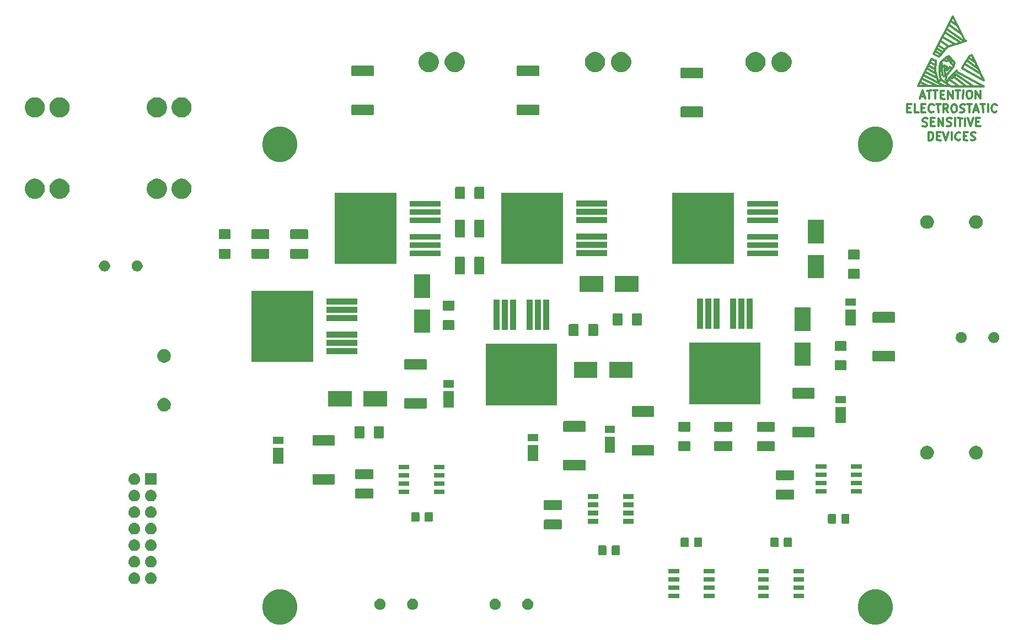
<source format=gts>
G04 #@! TF.GenerationSoftware,KiCad,Pcbnew,5.0.2+dfsg1-1*
G04 #@! TF.CreationDate,2019-10-25T16:48:50-05:00*
G04 #@! TF.ProjectId,bldc_v1,626c6463-5f76-4312-9e6b-696361645f70,rev?*
G04 #@! TF.SameCoordinates,Original*
G04 #@! TF.FileFunction,Soldermask,Top*
G04 #@! TF.FilePolarity,Negative*
%FSLAX46Y46*%
G04 Gerber Fmt 4.6, Leading zero omitted, Abs format (unit mm)*
G04 Created by KiCad (PCBNEW 5.0.2+dfsg1-1) date Fri 25 Oct 2019 04:48:50 PM CDT*
%MOMM*%
%LPD*%
G01*
G04 APERTURE LIST*
%ADD10C,0.304800*%
%ADD11C,0.100000*%
G04 APERTURE END LIST*
D10*
G04 #@! TO.C,REF\002A\002A*
X214795100Y-55732680D02*
X214574120Y-55641240D01*
X214574120Y-55641240D02*
X214304880Y-55641240D01*
X214304880Y-55641240D02*
X214073740Y-55811420D01*
X214073740Y-55811420D02*
X214073740Y-56052720D01*
X214073740Y-56052720D02*
X214353140Y-56271160D01*
X214353140Y-56271160D02*
X214614760Y-56372760D01*
X214614760Y-56372760D02*
X214734140Y-56662320D01*
X214734140Y-56662320D02*
X214594440Y-56852820D01*
X214594440Y-56852820D02*
X214284560Y-56901080D01*
X214284560Y-56901080D02*
X214053420Y-56862980D01*
X214053420Y-56862980D02*
X214063580Y-56852820D01*
X213273640Y-56222900D02*
X212963760Y-56233060D01*
X213553040Y-55631080D02*
X212943440Y-55651400D01*
X212943440Y-55651400D02*
X212953600Y-56873140D01*
X212953600Y-56873140D02*
X213525100Y-56890920D01*
X212384640Y-55742840D02*
X212173820Y-55651400D01*
X212173820Y-55651400D02*
X211924900Y-55702200D01*
X211924900Y-55702200D02*
X211673440Y-55991760D01*
X211673440Y-55991760D02*
X211594700Y-56393080D01*
X211594700Y-56393080D02*
X211693760Y-56692800D01*
X211693760Y-56692800D02*
X211973160Y-56862980D01*
X211973160Y-56862980D02*
X212234780Y-56901080D01*
X212234780Y-56901080D02*
X212384640Y-56781700D01*
X212384640Y-56781700D02*
X212394800Y-56771540D01*
X211074000Y-55631080D02*
X211074000Y-56873140D01*
X209793840Y-55620920D02*
X210212940Y-56890920D01*
X210212940Y-56890920D02*
X210634580Y-55631080D01*
X209252820Y-56222900D02*
X208915000Y-56250840D01*
X208915000Y-56250840D02*
X208915000Y-56233060D01*
X209443320Y-55631080D02*
X208843880Y-55631080D01*
X208843880Y-55631080D02*
X208813400Y-56873140D01*
X208813400Y-56873140D02*
X209433160Y-56890920D01*
X207573880Y-55651400D02*
X207573880Y-56890920D01*
X207573880Y-56890920D02*
X207893920Y-56890920D01*
X207893920Y-56890920D02*
X208163160Y-56713120D01*
X208163160Y-56713120D02*
X208274920Y-56311800D01*
X208274920Y-56311800D02*
X208234280Y-55981600D01*
X208234280Y-55981600D02*
X208114900Y-55742840D01*
X208114900Y-55742840D02*
X207944720Y-55651400D01*
X207944720Y-55651400D02*
X207645000Y-55641240D01*
X215282780Y-54041040D02*
X214924640Y-54051200D01*
X215483440Y-54742080D02*
X214873840Y-54721760D01*
X214873840Y-54721760D02*
X214853520Y-53502560D01*
X215473280Y-53472080D02*
X214873840Y-53482240D01*
X213583520Y-53482240D02*
X213995000Y-54701440D01*
X213995000Y-54701440D02*
X214434420Y-53482240D01*
X213174580Y-53502560D02*
X213164420Y-54701440D01*
X212364320Y-53502560D02*
X212374480Y-54691280D01*
X212374480Y-54691280D02*
X212384640Y-54691280D01*
X212034120Y-53482240D02*
X212704680Y-53492400D01*
X211584540Y-53431440D02*
X211584540Y-54691280D01*
X211074000Y-53533040D02*
X210863180Y-53441600D01*
X210863180Y-53441600D02*
X210593940Y-53472080D01*
X210593940Y-53472080D02*
X210383120Y-53591460D01*
X210383120Y-53591460D02*
X210314540Y-53802280D01*
X210314540Y-53802280D02*
X210413600Y-53992780D01*
X210413600Y-53992780D02*
X210614260Y-54081680D01*
X210614260Y-54081680D02*
X210835240Y-54152800D01*
X210835240Y-54152800D02*
X211002880Y-54302660D01*
X211002880Y-54302660D02*
X211033360Y-54500780D01*
X211033360Y-54500780D02*
X210863180Y-54701440D01*
X210863180Y-54701440D02*
X210624420Y-54721760D01*
X210624420Y-54721760D02*
X210355180Y-54681120D01*
X209064860Y-54711600D02*
X209064860Y-53543200D01*
X209064860Y-53543200D02*
X209753200Y-54721760D01*
X209753200Y-54721760D02*
X209753200Y-53482240D01*
X208513680Y-54742080D02*
X207914240Y-54711600D01*
X207914240Y-54711600D02*
X207893920Y-53482240D01*
X208302860Y-54051200D02*
X207904080Y-54041040D01*
X208473040Y-53472080D02*
X207924400Y-53472080D01*
X207373220Y-53533040D02*
X207164940Y-53472080D01*
X207164940Y-53472080D02*
X206855060Y-53482240D01*
X206855060Y-53482240D02*
X206623920Y-53710840D01*
X206623920Y-53710840D02*
X206644240Y-53921660D01*
X206644240Y-53921660D02*
X206872840Y-54041040D01*
X206872840Y-54041040D02*
X207203040Y-54173120D01*
X207203040Y-54173120D02*
X207335120Y-54381400D01*
X207335120Y-54381400D02*
X207284320Y-54653180D01*
X207284320Y-54653180D02*
X207053180Y-54762400D01*
X207053180Y-54762400D02*
X206712820Y-54701440D01*
X206712820Y-54701440D02*
X206644240Y-54681120D01*
X218053920Y-51483260D02*
X217784680Y-51330860D01*
X217784680Y-51330860D02*
X217553540Y-51351180D01*
X217553540Y-51351180D02*
X217314780Y-51551840D01*
X217314780Y-51551840D02*
X217223340Y-51970940D01*
X217223340Y-51970940D02*
X217274140Y-52372260D01*
X217274140Y-52372260D02*
X217523060Y-52572920D01*
X217523060Y-52572920D02*
X217815160Y-52572920D01*
X217815160Y-52572920D02*
X217992960Y-52461160D01*
X216705180Y-51323240D02*
X216705180Y-52552600D01*
X215874600Y-51361340D02*
X215905080Y-52583080D01*
X215534240Y-51361340D02*
X216225120Y-51351180D01*
X214584280Y-52232560D02*
X215115140Y-52232560D01*
X214454740Y-52593240D02*
X214873840Y-51361340D01*
X214873840Y-51361340D02*
X215275160Y-52583080D01*
X213814660Y-51341020D02*
X213834980Y-52583080D01*
X213504780Y-51330860D02*
X214155020Y-51330860D01*
X213113620Y-51391820D02*
X212885020Y-51323240D01*
X212885020Y-51323240D02*
X212524340Y-51381660D01*
X212524340Y-51381660D02*
X212384640Y-51633120D01*
X212384640Y-51633120D02*
X212443060Y-51821080D01*
X212443060Y-51821080D02*
X212742780Y-51981100D01*
X212742780Y-51981100D02*
X212994240Y-52092860D01*
X212994240Y-52092860D02*
X213103460Y-52362100D01*
X213103460Y-52362100D02*
X212953600Y-52532280D01*
X212953600Y-52532280D02*
X212704680Y-52611020D01*
X212704680Y-52611020D02*
X212394800Y-52572920D01*
X211465160Y-51341020D02*
X211714080Y-51412140D01*
X211714080Y-51412140D02*
X211853780Y-51633120D01*
X211853780Y-51633120D02*
X211914740Y-52001420D01*
X211914740Y-52001420D02*
X211843620Y-52382420D01*
X211843620Y-52382420D02*
X211724240Y-52542440D01*
X211724240Y-52542440D02*
X211533740Y-52593240D01*
X211533740Y-52593240D02*
X211312760Y-52583080D01*
X211312760Y-52583080D02*
X211104480Y-52321460D01*
X211104480Y-52321460D02*
X211033360Y-52001420D01*
X211033360Y-52001420D02*
X211104480Y-51582320D01*
X211104480Y-51582320D02*
X211254340Y-51391820D01*
X211254340Y-51391820D02*
X211434680Y-51381660D01*
X210195160Y-52031900D02*
X210553300Y-52572920D01*
X209844640Y-52572920D02*
X209844640Y-51351180D01*
X209844640Y-51351180D02*
X210284060Y-51341020D01*
X210284060Y-51341020D02*
X210474560Y-51452780D01*
X210474560Y-51452780D02*
X210563460Y-51711860D01*
X210563460Y-51711860D02*
X210474560Y-51902360D01*
X210474560Y-51902360D02*
X210304380Y-51991260D01*
X210304380Y-51991260D02*
X209903060Y-51991260D01*
X209903060Y-51991260D02*
X209913220Y-51991260D01*
X209034380Y-51732180D02*
X209044540Y-51341020D01*
X209044540Y-51341020D02*
X209064860Y-51341020D01*
X209024220Y-51711860D02*
X209044540Y-52583080D01*
X208724500Y-51330860D02*
X209395060Y-51330860D01*
X208373980Y-51462940D02*
X208135220Y-51351180D01*
X208135220Y-51351180D02*
X207914240Y-51351180D01*
X207914240Y-51351180D02*
X207662780Y-51501040D01*
X207662780Y-51501040D02*
X207563720Y-51871880D01*
X207563720Y-51871880D02*
X207584040Y-52232560D01*
X207584040Y-52232560D02*
X207744060Y-52481480D01*
X207744060Y-52481480D02*
X207954880Y-52583080D01*
X207954880Y-52583080D02*
X208302860Y-52501800D01*
X206474060Y-51341020D02*
X206463900Y-51330860D01*
X206463900Y-51330860D02*
X207032860Y-51330860D01*
X206514700Y-51943000D02*
X206865220Y-51943000D01*
X206463900Y-51330860D02*
X206463900Y-52593240D01*
X206463900Y-52593240D02*
X207032860Y-52593240D01*
X205442820Y-51313080D02*
X205435200Y-52583080D01*
X205435200Y-52583080D02*
X206024480Y-52583080D01*
X204703680Y-51943000D02*
X204325220Y-51932840D01*
X204284580Y-51323240D02*
X204274420Y-52583080D01*
X204274420Y-52583080D02*
X204863700Y-52583080D01*
X204924660Y-51323240D02*
X204284580Y-51323240D01*
X214784940Y-50502820D02*
X214795100Y-49311560D01*
X214795100Y-49311560D02*
X215513920Y-50512980D01*
X215513920Y-50512980D02*
X215503760Y-49281080D01*
X213824820Y-49260760D02*
X214053420Y-49331880D01*
X214053420Y-49331880D02*
X214223600Y-49542700D01*
X214223600Y-49542700D02*
X214233760Y-49883060D01*
X214233760Y-49883060D02*
X214223600Y-50182780D01*
X214223600Y-50182780D02*
X214114380Y-50401220D01*
X214114380Y-50401220D02*
X213883240Y-50512980D01*
X213883240Y-50512980D02*
X213674960Y-50492660D01*
X213674960Y-50492660D02*
X213504780Y-50352960D01*
X213504780Y-50352960D02*
X213393020Y-49921160D01*
X213393020Y-49921160D02*
X213393020Y-49601120D01*
X213393020Y-49601120D02*
X213504780Y-49392840D01*
X213504780Y-49392840D02*
X213713060Y-49270920D01*
X212854540Y-49242980D02*
X212844380Y-50502820D01*
X212044280Y-49281080D02*
X212064600Y-50492660D01*
X211683600Y-49253140D02*
X212384640Y-49253140D01*
X210563460Y-50540920D02*
X210553300Y-49301400D01*
X210553300Y-49301400D02*
X211264500Y-50502820D01*
X211264500Y-50502820D02*
X211264500Y-49270920D01*
X209974180Y-50530760D02*
X209433160Y-50512980D01*
X209433160Y-50512980D02*
X209443320Y-50512980D01*
X209875120Y-49852580D02*
X209453480Y-49862740D01*
X209453480Y-49862740D02*
X209473800Y-49862740D01*
X209423000Y-49260760D02*
X209933540Y-49260760D01*
X209412840Y-49260760D02*
X209412840Y-50492660D01*
X209412840Y-50492660D02*
X209423000Y-50492660D01*
X208612740Y-50523140D02*
X208605120Y-49270920D01*
X207624680Y-49260760D02*
X207655160Y-50492660D01*
X208295240Y-49253140D02*
X208932780Y-49242980D01*
X207284320Y-49260760D02*
X207965040Y-49253140D01*
X206324200Y-50172620D02*
X206923640Y-50182780D01*
X206204820Y-50523140D02*
X206613760Y-49253140D01*
X206613760Y-49253140D02*
X207043020Y-50523140D01*
X210423760Y-44282360D02*
X211134960Y-44792900D01*
X211594700Y-46672500D02*
X214332820Y-48524160D01*
X214332820Y-48524160D02*
X214353140Y-48524160D01*
X211312760Y-47053500D02*
X213243160Y-48503840D01*
X210723480Y-47513240D02*
X212095080Y-48524160D01*
X212095080Y-48524160D02*
X212123020Y-48524160D01*
X209534760Y-47584360D02*
X211053680Y-48602900D01*
X206303880Y-47962820D02*
X207424020Y-48554640D01*
X206514700Y-47434500D02*
X208894680Y-48572420D01*
X206733140Y-46873160D02*
X209933540Y-48524160D01*
X207043020Y-46413420D02*
X208663540Y-47203360D01*
X208663540Y-47203360D02*
X208694020Y-47203360D01*
X207324960Y-45864780D02*
X208612740Y-46593760D01*
X207523080Y-45374560D02*
X208594960Y-45963840D01*
X207703420Y-44874180D02*
X208445100Y-45272960D01*
X213194900Y-45252640D02*
X215452960Y-46593760D01*
X213525100Y-44643040D02*
X215173560Y-45933360D01*
X213774020Y-44183300D02*
X214614760Y-44813220D01*
X208564480Y-43243500D02*
X209384900Y-43723560D01*
X208843880Y-42763440D02*
X209763360Y-43393360D01*
X209763360Y-43393360D02*
X209763360Y-43373040D01*
X209024220Y-42252900D02*
X210042760Y-42943780D01*
X209354420Y-41612820D02*
X210624420Y-42402760D01*
X210624420Y-42402760D02*
X210654900Y-42402760D01*
X209715100Y-40982900D02*
X211533740Y-42123360D01*
X210063080Y-40342820D02*
X212272880Y-41793160D01*
X210324700Y-39814500D02*
X212933280Y-41564560D01*
X210723480Y-39154100D02*
X212653880Y-40553640D01*
X210985100Y-38544500D02*
X212023960Y-39283640D01*
X209964020Y-44564300D02*
X210294220Y-44714160D01*
X210294220Y-44714160D02*
X210654900Y-44594780D01*
X210654900Y-44594780D02*
X211134960Y-45123100D01*
X211134960Y-45123100D02*
X211312760Y-45354240D01*
X209555080Y-45072300D02*
X209555080Y-46014640D01*
X209555080Y-46014640D02*
X209684620Y-46852840D01*
X209684620Y-46852840D02*
X209964020Y-47083980D01*
X209964020Y-47083980D02*
X210063080Y-46774100D01*
X210063080Y-46774100D02*
X209933540Y-45374560D01*
X209933540Y-45374560D02*
X210372960Y-45582840D01*
X210372960Y-45582840D02*
X210345020Y-46192440D01*
X210345020Y-46192440D02*
X210774280Y-45653960D01*
X210774280Y-45653960D02*
X211002880Y-45783500D01*
X208612740Y-44643040D02*
X207982820Y-44363640D01*
X207982820Y-44363640D02*
X205922880Y-48524160D01*
X205922880Y-48524160D02*
X215983820Y-48602900D01*
X215983820Y-48602900D02*
X211942680Y-46393100D01*
X213164420Y-41564560D02*
X211284820Y-37833300D01*
X211284820Y-37833300D02*
X208313020Y-43624500D01*
X208313020Y-43624500D02*
X209174080Y-44053760D01*
X209174080Y-44053760D02*
X209204560Y-44053760D01*
X214233760Y-43903900D02*
X216034620Y-47683420D01*
X216034620Y-47683420D02*
X212684360Y-45864780D01*
X212684360Y-45864780D02*
X212752940Y-45834300D01*
X210853020Y-47203360D02*
X211152740Y-47383700D01*
X211152740Y-47383700D02*
X211183220Y-47383700D01*
X211383880Y-46672500D02*
X211642960Y-47023020D01*
X213273640Y-41612820D02*
X212323680Y-41894760D01*
X212323680Y-41894760D02*
X210423760Y-42562780D01*
X210423760Y-42562780D02*
X209194400Y-44074080D01*
X208694020Y-44632880D02*
X208584800Y-46314360D01*
X208584800Y-46314360D02*
X209082640Y-47983140D01*
X209082640Y-47983140D02*
X209453480Y-47564040D01*
X209453480Y-47564040D02*
X209224880Y-46692820D01*
X209224880Y-46692820D02*
X209224880Y-45633640D01*
X209224880Y-45633640D02*
X209303620Y-45092620D01*
X209303620Y-45092620D02*
X209354420Y-45044360D01*
X209354420Y-45044360D02*
X209603340Y-44714160D01*
X209603340Y-44714160D02*
X210444080Y-44084240D01*
X210444080Y-44084240D02*
X210672680Y-43934380D01*
X210672680Y-43934380D02*
X211533740Y-45024040D01*
X211533740Y-45024040D02*
X211383880Y-45534580D01*
X211383880Y-45534580D02*
X210372960Y-46804580D01*
X210372960Y-46804580D02*
X210212940Y-47584360D01*
X210212940Y-47584360D02*
X210444080Y-47894240D01*
X210444080Y-47894240D02*
X210753960Y-47233840D01*
X210753960Y-47233840D02*
X211264500Y-46723300D01*
X211264500Y-46723300D02*
X211874100Y-46192440D01*
X212732620Y-45753020D02*
X213243160Y-44922440D01*
X213243160Y-44922440D02*
X213573360Y-44383960D01*
X213573360Y-44383960D02*
X213852760Y-43954700D01*
X213852760Y-43954700D02*
X214182960Y-43822620D01*
D11*
G36*
X200177850Y-126022797D02*
X200177852Y-126022798D01*
X200177853Y-126022798D01*
X200359430Y-126098010D01*
X200669404Y-126226405D01*
X201111790Y-126521998D01*
X201488002Y-126898210D01*
X201783595Y-127340596D01*
X201987203Y-127832150D01*
X202091000Y-128353973D01*
X202091000Y-128886027D01*
X201987203Y-129407850D01*
X201783595Y-129899404D01*
X201488002Y-130341790D01*
X201111790Y-130718002D01*
X200669404Y-131013595D01*
X200359430Y-131141990D01*
X200177853Y-131217202D01*
X200177852Y-131217202D01*
X200177850Y-131217203D01*
X199656027Y-131321000D01*
X199123973Y-131321000D01*
X198602150Y-131217203D01*
X198602148Y-131217202D01*
X198602147Y-131217202D01*
X198420570Y-131141990D01*
X198110596Y-131013595D01*
X197668210Y-130718002D01*
X197291998Y-130341790D01*
X196996405Y-129899404D01*
X196792797Y-129407850D01*
X196689000Y-128886027D01*
X196689000Y-128353973D01*
X196792797Y-127832150D01*
X196996405Y-127340596D01*
X197291998Y-126898210D01*
X197668210Y-126521998D01*
X198110596Y-126226405D01*
X198420570Y-126098010D01*
X198602147Y-126022798D01*
X198602148Y-126022798D01*
X198602150Y-126022797D01*
X199123973Y-125919000D01*
X199656027Y-125919000D01*
X200177850Y-126022797D01*
X200177850Y-126022797D01*
G37*
G36*
X108737850Y-126022797D02*
X108737852Y-126022798D01*
X108737853Y-126022798D01*
X108919430Y-126098010D01*
X109229404Y-126226405D01*
X109671790Y-126521998D01*
X110048002Y-126898210D01*
X110343595Y-127340596D01*
X110547203Y-127832150D01*
X110651000Y-128353973D01*
X110651000Y-128886027D01*
X110547203Y-129407850D01*
X110343595Y-129899404D01*
X110048002Y-130341790D01*
X109671790Y-130718002D01*
X109229404Y-131013595D01*
X108919430Y-131141990D01*
X108737853Y-131217202D01*
X108737852Y-131217202D01*
X108737850Y-131217203D01*
X108216027Y-131321000D01*
X107683973Y-131321000D01*
X107162150Y-131217203D01*
X107162148Y-131217202D01*
X107162147Y-131217202D01*
X106980570Y-131141990D01*
X106670596Y-131013595D01*
X106228210Y-130718002D01*
X105851998Y-130341790D01*
X105556405Y-129899404D01*
X105352797Y-129407850D01*
X105249000Y-128886027D01*
X105249000Y-128353973D01*
X105352797Y-127832150D01*
X105556405Y-127340596D01*
X105851998Y-126898210D01*
X106228210Y-126521998D01*
X106670596Y-126226405D01*
X106980570Y-126098010D01*
X107162147Y-126022798D01*
X107162148Y-126022798D01*
X107162150Y-126022797D01*
X107683973Y-125919000D01*
X108216027Y-125919000D01*
X108737850Y-126022797D01*
X108737850Y-126022797D01*
G37*
G36*
X141248228Y-127401703D02*
X141403100Y-127465853D01*
X141542481Y-127558985D01*
X141661015Y-127677519D01*
X141754147Y-127816900D01*
X141818297Y-127971772D01*
X141851000Y-128136184D01*
X141851000Y-128303816D01*
X141818297Y-128468228D01*
X141754147Y-128623100D01*
X141661015Y-128762481D01*
X141542481Y-128881015D01*
X141403100Y-128974147D01*
X141248228Y-129038297D01*
X141083816Y-129071000D01*
X140916184Y-129071000D01*
X140751772Y-129038297D01*
X140596900Y-128974147D01*
X140457519Y-128881015D01*
X140338985Y-128762481D01*
X140245853Y-128623100D01*
X140181703Y-128468228D01*
X140149000Y-128303816D01*
X140149000Y-128136184D01*
X140181703Y-127971772D01*
X140245853Y-127816900D01*
X140338985Y-127677519D01*
X140457519Y-127558985D01*
X140596900Y-127465853D01*
X140751772Y-127401703D01*
X140916184Y-127369000D01*
X141083816Y-127369000D01*
X141248228Y-127401703D01*
X141248228Y-127401703D01*
G37*
G36*
X146248228Y-127401703D02*
X146403100Y-127465853D01*
X146542481Y-127558985D01*
X146661015Y-127677519D01*
X146754147Y-127816900D01*
X146818297Y-127971772D01*
X146851000Y-128136184D01*
X146851000Y-128303816D01*
X146818297Y-128468228D01*
X146754147Y-128623100D01*
X146661015Y-128762481D01*
X146542481Y-128881015D01*
X146403100Y-128974147D01*
X146248228Y-129038297D01*
X146083816Y-129071000D01*
X145916184Y-129071000D01*
X145751772Y-129038297D01*
X145596900Y-128974147D01*
X145457519Y-128881015D01*
X145338985Y-128762481D01*
X145245853Y-128623100D01*
X145181703Y-128468228D01*
X145149000Y-128303816D01*
X145149000Y-128136184D01*
X145181703Y-127971772D01*
X145245853Y-127816900D01*
X145338985Y-127677519D01*
X145457519Y-127558985D01*
X145596900Y-127465853D01*
X145751772Y-127401703D01*
X145916184Y-127369000D01*
X146083816Y-127369000D01*
X146248228Y-127401703D01*
X146248228Y-127401703D01*
G37*
G36*
X128573228Y-127401703D02*
X128728100Y-127465853D01*
X128867481Y-127558985D01*
X128986015Y-127677519D01*
X129079147Y-127816900D01*
X129143297Y-127971772D01*
X129176000Y-128136184D01*
X129176000Y-128303816D01*
X129143297Y-128468228D01*
X129079147Y-128623100D01*
X128986015Y-128762481D01*
X128867481Y-128881015D01*
X128728100Y-128974147D01*
X128573228Y-129038297D01*
X128408816Y-129071000D01*
X128241184Y-129071000D01*
X128076772Y-129038297D01*
X127921900Y-128974147D01*
X127782519Y-128881015D01*
X127663985Y-128762481D01*
X127570853Y-128623100D01*
X127506703Y-128468228D01*
X127474000Y-128303816D01*
X127474000Y-128136184D01*
X127506703Y-127971772D01*
X127570853Y-127816900D01*
X127663985Y-127677519D01*
X127782519Y-127558985D01*
X127921900Y-127465853D01*
X128076772Y-127401703D01*
X128241184Y-127369000D01*
X128408816Y-127369000D01*
X128573228Y-127401703D01*
X128573228Y-127401703D01*
G37*
G36*
X123573228Y-127401703D02*
X123728100Y-127465853D01*
X123867481Y-127558985D01*
X123986015Y-127677519D01*
X124079147Y-127816900D01*
X124143297Y-127971772D01*
X124176000Y-128136184D01*
X124176000Y-128303816D01*
X124143297Y-128468228D01*
X124079147Y-128623100D01*
X123986015Y-128762481D01*
X123867481Y-128881015D01*
X123728100Y-128974147D01*
X123573228Y-129038297D01*
X123408816Y-129071000D01*
X123241184Y-129071000D01*
X123076772Y-129038297D01*
X122921900Y-128974147D01*
X122782519Y-128881015D01*
X122663985Y-128762481D01*
X122570853Y-128623100D01*
X122506703Y-128468228D01*
X122474000Y-128303816D01*
X122474000Y-128136184D01*
X122506703Y-127971772D01*
X122570853Y-127816900D01*
X122663985Y-127677519D01*
X122782519Y-127558985D01*
X122921900Y-127465853D01*
X123076772Y-127401703D01*
X123241184Y-127369000D01*
X123408816Y-127369000D01*
X123573228Y-127401703D01*
X123573228Y-127401703D01*
G37*
G36*
X169267000Y-127291500D02*
X167615000Y-127291500D01*
X167615000Y-126589500D01*
X169267000Y-126589500D01*
X169267000Y-127291500D01*
X169267000Y-127291500D01*
G37*
G36*
X183047000Y-127291500D02*
X181395000Y-127291500D01*
X181395000Y-126589500D01*
X183047000Y-126589500D01*
X183047000Y-127291500D01*
X183047000Y-127291500D01*
G37*
G36*
X188447000Y-127291500D02*
X186795000Y-127291500D01*
X186795000Y-126589500D01*
X188447000Y-126589500D01*
X188447000Y-127291500D01*
X188447000Y-127291500D01*
G37*
G36*
X174667000Y-127291500D02*
X173015000Y-127291500D01*
X173015000Y-126589500D01*
X174667000Y-126589500D01*
X174667000Y-127291500D01*
X174667000Y-127291500D01*
G37*
G36*
X183047000Y-126021500D02*
X181395000Y-126021500D01*
X181395000Y-125319500D01*
X183047000Y-125319500D01*
X183047000Y-126021500D01*
X183047000Y-126021500D01*
G37*
G36*
X188447000Y-126021500D02*
X186795000Y-126021500D01*
X186795000Y-125319500D01*
X188447000Y-125319500D01*
X188447000Y-126021500D01*
X188447000Y-126021500D01*
G37*
G36*
X174667000Y-126021500D02*
X173015000Y-126021500D01*
X173015000Y-125319500D01*
X174667000Y-125319500D01*
X174667000Y-126021500D01*
X174667000Y-126021500D01*
G37*
G36*
X169267000Y-126021500D02*
X167615000Y-126021500D01*
X167615000Y-125319500D01*
X169267000Y-125319500D01*
X169267000Y-126021500D01*
X169267000Y-126021500D01*
G37*
G36*
X85708442Y-123311518D02*
X85774627Y-123318037D01*
X85887853Y-123352384D01*
X85944467Y-123369557D01*
X86083087Y-123443652D01*
X86100991Y-123453222D01*
X86135448Y-123481500D01*
X86238186Y-123565814D01*
X86321448Y-123667271D01*
X86350778Y-123703009D01*
X86350779Y-123703011D01*
X86434443Y-123859533D01*
X86434443Y-123859534D01*
X86485963Y-124029373D01*
X86503359Y-124206000D01*
X86485963Y-124382627D01*
X86451616Y-124495853D01*
X86434443Y-124552467D01*
X86360348Y-124691087D01*
X86350778Y-124708991D01*
X86321448Y-124744729D01*
X86238186Y-124846186D01*
X86136729Y-124929448D01*
X86100991Y-124958778D01*
X86100989Y-124958779D01*
X85944467Y-125042443D01*
X85887853Y-125059616D01*
X85774627Y-125093963D01*
X85708443Y-125100481D01*
X85642260Y-125107000D01*
X85553740Y-125107000D01*
X85487557Y-125100481D01*
X85421373Y-125093963D01*
X85308147Y-125059616D01*
X85251533Y-125042443D01*
X85095011Y-124958779D01*
X85095009Y-124958778D01*
X85059271Y-124929448D01*
X84957814Y-124846186D01*
X84874552Y-124744729D01*
X84845222Y-124708991D01*
X84835652Y-124691087D01*
X84761557Y-124552467D01*
X84744384Y-124495853D01*
X84710037Y-124382627D01*
X84692641Y-124206000D01*
X84710037Y-124029373D01*
X84761557Y-123859534D01*
X84761557Y-123859533D01*
X84845221Y-123703011D01*
X84845222Y-123703009D01*
X84874552Y-123667271D01*
X84957814Y-123565814D01*
X85060552Y-123481500D01*
X85095009Y-123453222D01*
X85112913Y-123443652D01*
X85251533Y-123369557D01*
X85308147Y-123352384D01*
X85421373Y-123318037D01*
X85487558Y-123311518D01*
X85553740Y-123305000D01*
X85642260Y-123305000D01*
X85708442Y-123311518D01*
X85708442Y-123311518D01*
G37*
G36*
X88248442Y-123311518D02*
X88314627Y-123318037D01*
X88427853Y-123352384D01*
X88484467Y-123369557D01*
X88623087Y-123443652D01*
X88640991Y-123453222D01*
X88675448Y-123481500D01*
X88778186Y-123565814D01*
X88861448Y-123667271D01*
X88890778Y-123703009D01*
X88890779Y-123703011D01*
X88974443Y-123859533D01*
X88974443Y-123859534D01*
X89025963Y-124029373D01*
X89043359Y-124206000D01*
X89025963Y-124382627D01*
X88991616Y-124495853D01*
X88974443Y-124552467D01*
X88900348Y-124691087D01*
X88890778Y-124708991D01*
X88861448Y-124744729D01*
X88778186Y-124846186D01*
X88676729Y-124929448D01*
X88640991Y-124958778D01*
X88640989Y-124958779D01*
X88484467Y-125042443D01*
X88427853Y-125059616D01*
X88314627Y-125093963D01*
X88248443Y-125100481D01*
X88182260Y-125107000D01*
X88093740Y-125107000D01*
X88027557Y-125100481D01*
X87961373Y-125093963D01*
X87848147Y-125059616D01*
X87791533Y-125042443D01*
X87635011Y-124958779D01*
X87635009Y-124958778D01*
X87599271Y-124929448D01*
X87497814Y-124846186D01*
X87414552Y-124744729D01*
X87385222Y-124708991D01*
X87375652Y-124691087D01*
X87301557Y-124552467D01*
X87284384Y-124495853D01*
X87250037Y-124382627D01*
X87232641Y-124206000D01*
X87250037Y-124029373D01*
X87301557Y-123859534D01*
X87301557Y-123859533D01*
X87385221Y-123703011D01*
X87385222Y-123703009D01*
X87414552Y-123667271D01*
X87497814Y-123565814D01*
X87600552Y-123481500D01*
X87635009Y-123453222D01*
X87652913Y-123443652D01*
X87791533Y-123369557D01*
X87848147Y-123352384D01*
X87961373Y-123318037D01*
X88027558Y-123311518D01*
X88093740Y-123305000D01*
X88182260Y-123305000D01*
X88248442Y-123311518D01*
X88248442Y-123311518D01*
G37*
G36*
X188447000Y-124751500D02*
X186795000Y-124751500D01*
X186795000Y-124049500D01*
X188447000Y-124049500D01*
X188447000Y-124751500D01*
X188447000Y-124751500D01*
G37*
G36*
X169267000Y-124751500D02*
X167615000Y-124751500D01*
X167615000Y-124049500D01*
X169267000Y-124049500D01*
X169267000Y-124751500D01*
X169267000Y-124751500D01*
G37*
G36*
X174667000Y-124751500D02*
X173015000Y-124751500D01*
X173015000Y-124049500D01*
X174667000Y-124049500D01*
X174667000Y-124751500D01*
X174667000Y-124751500D01*
G37*
G36*
X183047000Y-124751500D02*
X181395000Y-124751500D01*
X181395000Y-124049500D01*
X183047000Y-124049500D01*
X183047000Y-124751500D01*
X183047000Y-124751500D01*
G37*
G36*
X183047000Y-123481500D02*
X181395000Y-123481500D01*
X181395000Y-122779500D01*
X183047000Y-122779500D01*
X183047000Y-123481500D01*
X183047000Y-123481500D01*
G37*
G36*
X188447000Y-123481500D02*
X186795000Y-123481500D01*
X186795000Y-122779500D01*
X188447000Y-122779500D01*
X188447000Y-123481500D01*
X188447000Y-123481500D01*
G37*
G36*
X174667000Y-123481500D02*
X173015000Y-123481500D01*
X173015000Y-122779500D01*
X174667000Y-122779500D01*
X174667000Y-123481500D01*
X174667000Y-123481500D01*
G37*
G36*
X169267000Y-123481500D02*
X167615000Y-123481500D01*
X167615000Y-122779500D01*
X169267000Y-122779500D01*
X169267000Y-123481500D01*
X169267000Y-123481500D01*
G37*
G36*
X88248442Y-120771518D02*
X88314627Y-120778037D01*
X88427853Y-120812384D01*
X88484467Y-120829557D01*
X88623087Y-120903652D01*
X88640991Y-120913222D01*
X88676729Y-120942552D01*
X88778186Y-121025814D01*
X88861448Y-121127271D01*
X88890778Y-121163009D01*
X88890779Y-121163011D01*
X88974443Y-121319533D01*
X88974443Y-121319534D01*
X89025963Y-121489373D01*
X89043359Y-121666000D01*
X89025963Y-121842627D01*
X88991616Y-121955853D01*
X88974443Y-122012467D01*
X88900348Y-122151087D01*
X88890778Y-122168991D01*
X88861448Y-122204729D01*
X88778186Y-122306186D01*
X88676729Y-122389448D01*
X88640991Y-122418778D01*
X88640989Y-122418779D01*
X88484467Y-122502443D01*
X88427853Y-122519616D01*
X88314627Y-122553963D01*
X88248442Y-122560482D01*
X88182260Y-122567000D01*
X88093740Y-122567000D01*
X88027558Y-122560482D01*
X87961373Y-122553963D01*
X87848147Y-122519616D01*
X87791533Y-122502443D01*
X87635011Y-122418779D01*
X87635009Y-122418778D01*
X87599271Y-122389448D01*
X87497814Y-122306186D01*
X87414552Y-122204729D01*
X87385222Y-122168991D01*
X87375652Y-122151087D01*
X87301557Y-122012467D01*
X87284384Y-121955853D01*
X87250037Y-121842627D01*
X87232641Y-121666000D01*
X87250037Y-121489373D01*
X87301557Y-121319534D01*
X87301557Y-121319533D01*
X87385221Y-121163011D01*
X87385222Y-121163009D01*
X87414552Y-121127271D01*
X87497814Y-121025814D01*
X87599271Y-120942552D01*
X87635009Y-120913222D01*
X87652913Y-120903652D01*
X87791533Y-120829557D01*
X87848147Y-120812384D01*
X87961373Y-120778037D01*
X88027558Y-120771518D01*
X88093740Y-120765000D01*
X88182260Y-120765000D01*
X88248442Y-120771518D01*
X88248442Y-120771518D01*
G37*
G36*
X85708442Y-120771518D02*
X85774627Y-120778037D01*
X85887853Y-120812384D01*
X85944467Y-120829557D01*
X86083087Y-120903652D01*
X86100991Y-120913222D01*
X86136729Y-120942552D01*
X86238186Y-121025814D01*
X86321448Y-121127271D01*
X86350778Y-121163009D01*
X86350779Y-121163011D01*
X86434443Y-121319533D01*
X86434443Y-121319534D01*
X86485963Y-121489373D01*
X86503359Y-121666000D01*
X86485963Y-121842627D01*
X86451616Y-121955853D01*
X86434443Y-122012467D01*
X86360348Y-122151087D01*
X86350778Y-122168991D01*
X86321448Y-122204729D01*
X86238186Y-122306186D01*
X86136729Y-122389448D01*
X86100991Y-122418778D01*
X86100989Y-122418779D01*
X85944467Y-122502443D01*
X85887853Y-122519616D01*
X85774627Y-122553963D01*
X85708442Y-122560482D01*
X85642260Y-122567000D01*
X85553740Y-122567000D01*
X85487558Y-122560482D01*
X85421373Y-122553963D01*
X85308147Y-122519616D01*
X85251533Y-122502443D01*
X85095011Y-122418779D01*
X85095009Y-122418778D01*
X85059271Y-122389448D01*
X84957814Y-122306186D01*
X84874552Y-122204729D01*
X84845222Y-122168991D01*
X84835652Y-122151087D01*
X84761557Y-122012467D01*
X84744384Y-121955853D01*
X84710037Y-121842627D01*
X84692641Y-121666000D01*
X84710037Y-121489373D01*
X84761557Y-121319534D01*
X84761557Y-121319533D01*
X84845221Y-121163011D01*
X84845222Y-121163009D01*
X84874552Y-121127271D01*
X84957814Y-121025814D01*
X85059271Y-120942552D01*
X85095009Y-120913222D01*
X85112913Y-120903652D01*
X85251533Y-120829557D01*
X85308147Y-120812384D01*
X85421373Y-120778037D01*
X85487558Y-120771518D01*
X85553740Y-120765000D01*
X85642260Y-120765000D01*
X85708442Y-120771518D01*
X85708442Y-120771518D01*
G37*
G36*
X157934677Y-119173965D02*
X157972364Y-119185398D01*
X158007103Y-119203966D01*
X158037548Y-119228952D01*
X158062534Y-119259397D01*
X158081102Y-119294136D01*
X158092535Y-119331823D01*
X158097000Y-119377161D01*
X158097000Y-120463839D01*
X158092535Y-120509177D01*
X158081102Y-120546864D01*
X158062534Y-120581603D01*
X158037548Y-120612048D01*
X158007103Y-120637034D01*
X157972364Y-120655602D01*
X157934677Y-120667035D01*
X157889339Y-120671500D01*
X157052661Y-120671500D01*
X157007323Y-120667035D01*
X156969636Y-120655602D01*
X156934897Y-120637034D01*
X156904452Y-120612048D01*
X156879466Y-120581603D01*
X156860898Y-120546864D01*
X156849465Y-120509177D01*
X156845000Y-120463839D01*
X156845000Y-119377161D01*
X156849465Y-119331823D01*
X156860898Y-119294136D01*
X156879466Y-119259397D01*
X156904452Y-119228952D01*
X156934897Y-119203966D01*
X156969636Y-119185398D01*
X157007323Y-119173965D01*
X157052661Y-119169500D01*
X157889339Y-119169500D01*
X157934677Y-119173965D01*
X157934677Y-119173965D01*
G37*
G36*
X159984677Y-119173965D02*
X160022364Y-119185398D01*
X160057103Y-119203966D01*
X160087548Y-119228952D01*
X160112534Y-119259397D01*
X160131102Y-119294136D01*
X160142535Y-119331823D01*
X160147000Y-119377161D01*
X160147000Y-120463839D01*
X160142535Y-120509177D01*
X160131102Y-120546864D01*
X160112534Y-120581603D01*
X160087548Y-120612048D01*
X160057103Y-120637034D01*
X160022364Y-120655602D01*
X159984677Y-120667035D01*
X159939339Y-120671500D01*
X159102661Y-120671500D01*
X159057323Y-120667035D01*
X159019636Y-120655602D01*
X158984897Y-120637034D01*
X158954452Y-120612048D01*
X158929466Y-120581603D01*
X158910898Y-120546864D01*
X158899465Y-120509177D01*
X158895000Y-120463839D01*
X158895000Y-119377161D01*
X158899465Y-119331823D01*
X158910898Y-119294136D01*
X158929466Y-119259397D01*
X158954452Y-119228952D01*
X158984897Y-119203966D01*
X159019636Y-119185398D01*
X159057323Y-119173965D01*
X159102661Y-119169500D01*
X159939339Y-119169500D01*
X159984677Y-119173965D01*
X159984677Y-119173965D01*
G37*
G36*
X85708442Y-118231518D02*
X85774627Y-118238037D01*
X85887853Y-118272384D01*
X85944467Y-118289557D01*
X86083087Y-118363652D01*
X86100991Y-118373222D01*
X86136729Y-118402552D01*
X86238186Y-118485814D01*
X86321448Y-118587271D01*
X86350778Y-118623009D01*
X86350779Y-118623011D01*
X86434443Y-118779533D01*
X86434443Y-118779534D01*
X86485963Y-118949373D01*
X86503359Y-119126000D01*
X86485963Y-119302627D01*
X86463353Y-119377161D01*
X86434443Y-119472467D01*
X86360348Y-119611087D01*
X86350778Y-119628991D01*
X86321448Y-119664729D01*
X86238186Y-119766186D01*
X86136729Y-119849448D01*
X86100991Y-119878778D01*
X86100989Y-119878779D01*
X85944467Y-119962443D01*
X85887853Y-119979616D01*
X85774627Y-120013963D01*
X85708442Y-120020482D01*
X85642260Y-120027000D01*
X85553740Y-120027000D01*
X85487558Y-120020482D01*
X85421373Y-120013963D01*
X85308147Y-119979616D01*
X85251533Y-119962443D01*
X85095011Y-119878779D01*
X85095009Y-119878778D01*
X85059271Y-119849448D01*
X84957814Y-119766186D01*
X84874552Y-119664729D01*
X84845222Y-119628991D01*
X84835652Y-119611087D01*
X84761557Y-119472467D01*
X84732647Y-119377161D01*
X84710037Y-119302627D01*
X84692641Y-119126000D01*
X84710037Y-118949373D01*
X84761557Y-118779534D01*
X84761557Y-118779533D01*
X84845221Y-118623011D01*
X84845222Y-118623009D01*
X84874552Y-118587271D01*
X84957814Y-118485814D01*
X85059271Y-118402552D01*
X85095009Y-118373222D01*
X85112913Y-118363652D01*
X85251533Y-118289557D01*
X85308147Y-118272384D01*
X85421373Y-118238037D01*
X85487558Y-118231518D01*
X85553740Y-118225000D01*
X85642260Y-118225000D01*
X85708442Y-118231518D01*
X85708442Y-118231518D01*
G37*
G36*
X88248442Y-118231518D02*
X88314627Y-118238037D01*
X88427853Y-118272384D01*
X88484467Y-118289557D01*
X88623087Y-118363652D01*
X88640991Y-118373222D01*
X88676729Y-118402552D01*
X88778186Y-118485814D01*
X88861448Y-118587271D01*
X88890778Y-118623009D01*
X88890779Y-118623011D01*
X88974443Y-118779533D01*
X88974443Y-118779534D01*
X89025963Y-118949373D01*
X89043359Y-119126000D01*
X89025963Y-119302627D01*
X89003353Y-119377161D01*
X88974443Y-119472467D01*
X88900348Y-119611087D01*
X88890778Y-119628991D01*
X88861448Y-119664729D01*
X88778186Y-119766186D01*
X88676729Y-119849448D01*
X88640991Y-119878778D01*
X88640989Y-119878779D01*
X88484467Y-119962443D01*
X88427853Y-119979616D01*
X88314627Y-120013963D01*
X88248442Y-120020482D01*
X88182260Y-120027000D01*
X88093740Y-120027000D01*
X88027558Y-120020482D01*
X87961373Y-120013963D01*
X87848147Y-119979616D01*
X87791533Y-119962443D01*
X87635011Y-119878779D01*
X87635009Y-119878778D01*
X87599271Y-119849448D01*
X87497814Y-119766186D01*
X87414552Y-119664729D01*
X87385222Y-119628991D01*
X87375652Y-119611087D01*
X87301557Y-119472467D01*
X87272647Y-119377161D01*
X87250037Y-119302627D01*
X87232641Y-119126000D01*
X87250037Y-118949373D01*
X87301557Y-118779534D01*
X87301557Y-118779533D01*
X87385221Y-118623011D01*
X87385222Y-118623009D01*
X87414552Y-118587271D01*
X87497814Y-118485814D01*
X87599271Y-118402552D01*
X87635009Y-118373222D01*
X87652913Y-118363652D01*
X87791533Y-118289557D01*
X87848147Y-118272384D01*
X87961373Y-118238037D01*
X88027558Y-118231518D01*
X88093740Y-118225000D01*
X88182260Y-118225000D01*
X88248442Y-118231518D01*
X88248442Y-118231518D01*
G37*
G36*
X172629677Y-117938965D02*
X172667364Y-117950398D01*
X172702103Y-117968966D01*
X172732548Y-117993952D01*
X172757534Y-118024397D01*
X172776102Y-118059136D01*
X172787535Y-118096823D01*
X172792000Y-118142161D01*
X172792000Y-119228839D01*
X172787535Y-119274177D01*
X172776102Y-119311864D01*
X172757534Y-119346603D01*
X172732548Y-119377048D01*
X172702103Y-119402034D01*
X172667364Y-119420602D01*
X172629677Y-119432035D01*
X172584339Y-119436500D01*
X171747661Y-119436500D01*
X171702323Y-119432035D01*
X171664636Y-119420602D01*
X171629897Y-119402034D01*
X171599452Y-119377048D01*
X171574466Y-119346603D01*
X171555898Y-119311864D01*
X171544465Y-119274177D01*
X171540000Y-119228839D01*
X171540000Y-118142161D01*
X171544465Y-118096823D01*
X171555898Y-118059136D01*
X171574466Y-118024397D01*
X171599452Y-117993952D01*
X171629897Y-117968966D01*
X171664636Y-117950398D01*
X171702323Y-117938965D01*
X171747661Y-117934500D01*
X172584339Y-117934500D01*
X172629677Y-117938965D01*
X172629677Y-117938965D01*
G37*
G36*
X184359677Y-117938965D02*
X184397364Y-117950398D01*
X184432103Y-117968966D01*
X184462548Y-117993952D01*
X184487534Y-118024397D01*
X184506102Y-118059136D01*
X184517535Y-118096823D01*
X184522000Y-118142161D01*
X184522000Y-119228839D01*
X184517535Y-119274177D01*
X184506102Y-119311864D01*
X184487534Y-119346603D01*
X184462548Y-119377048D01*
X184432103Y-119402034D01*
X184397364Y-119420602D01*
X184359677Y-119432035D01*
X184314339Y-119436500D01*
X183477661Y-119436500D01*
X183432323Y-119432035D01*
X183394636Y-119420602D01*
X183359897Y-119402034D01*
X183329452Y-119377048D01*
X183304466Y-119346603D01*
X183285898Y-119311864D01*
X183274465Y-119274177D01*
X183270000Y-119228839D01*
X183270000Y-118142161D01*
X183274465Y-118096823D01*
X183285898Y-118059136D01*
X183304466Y-118024397D01*
X183329452Y-117993952D01*
X183359897Y-117968966D01*
X183394636Y-117950398D01*
X183432323Y-117938965D01*
X183477661Y-117934500D01*
X184314339Y-117934500D01*
X184359677Y-117938965D01*
X184359677Y-117938965D01*
G37*
G36*
X170579677Y-117938965D02*
X170617364Y-117950398D01*
X170652103Y-117968966D01*
X170682548Y-117993952D01*
X170707534Y-118024397D01*
X170726102Y-118059136D01*
X170737535Y-118096823D01*
X170742000Y-118142161D01*
X170742000Y-119228839D01*
X170737535Y-119274177D01*
X170726102Y-119311864D01*
X170707534Y-119346603D01*
X170682548Y-119377048D01*
X170652103Y-119402034D01*
X170617364Y-119420602D01*
X170579677Y-119432035D01*
X170534339Y-119436500D01*
X169697661Y-119436500D01*
X169652323Y-119432035D01*
X169614636Y-119420602D01*
X169579897Y-119402034D01*
X169549452Y-119377048D01*
X169524466Y-119346603D01*
X169505898Y-119311864D01*
X169494465Y-119274177D01*
X169490000Y-119228839D01*
X169490000Y-118142161D01*
X169494465Y-118096823D01*
X169505898Y-118059136D01*
X169524466Y-118024397D01*
X169549452Y-117993952D01*
X169579897Y-117968966D01*
X169614636Y-117950398D01*
X169652323Y-117938965D01*
X169697661Y-117934500D01*
X170534339Y-117934500D01*
X170579677Y-117938965D01*
X170579677Y-117938965D01*
G37*
G36*
X186409677Y-117938965D02*
X186447364Y-117950398D01*
X186482103Y-117968966D01*
X186512548Y-117993952D01*
X186537534Y-118024397D01*
X186556102Y-118059136D01*
X186567535Y-118096823D01*
X186572000Y-118142161D01*
X186572000Y-119228839D01*
X186567535Y-119274177D01*
X186556102Y-119311864D01*
X186537534Y-119346603D01*
X186512548Y-119377048D01*
X186482103Y-119402034D01*
X186447364Y-119420602D01*
X186409677Y-119432035D01*
X186364339Y-119436500D01*
X185527661Y-119436500D01*
X185482323Y-119432035D01*
X185444636Y-119420602D01*
X185409897Y-119402034D01*
X185379452Y-119377048D01*
X185354466Y-119346603D01*
X185335898Y-119311864D01*
X185324465Y-119274177D01*
X185320000Y-119228839D01*
X185320000Y-118142161D01*
X185324465Y-118096823D01*
X185335898Y-118059136D01*
X185354466Y-118024397D01*
X185379452Y-117993952D01*
X185409897Y-117968966D01*
X185444636Y-117950398D01*
X185482323Y-117938965D01*
X185527661Y-117934500D01*
X186364339Y-117934500D01*
X186409677Y-117938965D01*
X186409677Y-117938965D01*
G37*
G36*
X85703564Y-115691038D02*
X85774627Y-115698037D01*
X85853962Y-115722103D01*
X85944467Y-115749557D01*
X86061288Y-115812000D01*
X86100991Y-115833222D01*
X86136729Y-115862552D01*
X86238186Y-115945814D01*
X86321448Y-116047271D01*
X86350778Y-116083009D01*
X86350779Y-116083011D01*
X86434443Y-116239533D01*
X86434443Y-116239534D01*
X86485963Y-116409373D01*
X86503359Y-116586000D01*
X86485963Y-116762627D01*
X86451616Y-116875853D01*
X86434443Y-116932467D01*
X86360348Y-117071087D01*
X86350778Y-117088991D01*
X86321448Y-117124729D01*
X86238186Y-117226186D01*
X86136729Y-117309448D01*
X86100991Y-117338778D01*
X86100989Y-117338779D01*
X85944467Y-117422443D01*
X85887853Y-117439616D01*
X85774627Y-117473963D01*
X85708442Y-117480482D01*
X85642260Y-117487000D01*
X85553740Y-117487000D01*
X85487558Y-117480482D01*
X85421373Y-117473963D01*
X85308147Y-117439616D01*
X85251533Y-117422443D01*
X85095011Y-117338779D01*
X85095009Y-117338778D01*
X85059271Y-117309448D01*
X84957814Y-117226186D01*
X84874552Y-117124729D01*
X84845222Y-117088991D01*
X84835652Y-117071087D01*
X84761557Y-116932467D01*
X84744384Y-116875853D01*
X84710037Y-116762627D01*
X84692641Y-116586000D01*
X84710037Y-116409373D01*
X84761557Y-116239534D01*
X84761557Y-116239533D01*
X84845221Y-116083011D01*
X84845222Y-116083009D01*
X84874552Y-116047271D01*
X84957814Y-115945814D01*
X85059271Y-115862552D01*
X85095009Y-115833222D01*
X85134712Y-115812000D01*
X85251533Y-115749557D01*
X85342038Y-115722103D01*
X85421373Y-115698037D01*
X85492436Y-115691038D01*
X85553740Y-115685000D01*
X85642260Y-115685000D01*
X85703564Y-115691038D01*
X85703564Y-115691038D01*
G37*
G36*
X88243564Y-115691038D02*
X88314627Y-115698037D01*
X88393962Y-115722103D01*
X88484467Y-115749557D01*
X88601288Y-115812000D01*
X88640991Y-115833222D01*
X88676729Y-115862552D01*
X88778186Y-115945814D01*
X88861448Y-116047271D01*
X88890778Y-116083009D01*
X88890779Y-116083011D01*
X88974443Y-116239533D01*
X88974443Y-116239534D01*
X89025963Y-116409373D01*
X89043359Y-116586000D01*
X89025963Y-116762627D01*
X88991616Y-116875853D01*
X88974443Y-116932467D01*
X88900348Y-117071087D01*
X88890778Y-117088991D01*
X88861448Y-117124729D01*
X88778186Y-117226186D01*
X88676729Y-117309448D01*
X88640991Y-117338778D01*
X88640989Y-117338779D01*
X88484467Y-117422443D01*
X88427853Y-117439616D01*
X88314627Y-117473963D01*
X88248442Y-117480482D01*
X88182260Y-117487000D01*
X88093740Y-117487000D01*
X88027558Y-117480482D01*
X87961373Y-117473963D01*
X87848147Y-117439616D01*
X87791533Y-117422443D01*
X87635011Y-117338779D01*
X87635009Y-117338778D01*
X87599271Y-117309448D01*
X87497814Y-117226186D01*
X87414552Y-117124729D01*
X87385222Y-117088991D01*
X87375652Y-117071087D01*
X87301557Y-116932467D01*
X87284384Y-116875853D01*
X87250037Y-116762627D01*
X87232641Y-116586000D01*
X87250037Y-116409373D01*
X87301557Y-116239534D01*
X87301557Y-116239533D01*
X87385221Y-116083011D01*
X87385222Y-116083009D01*
X87414552Y-116047271D01*
X87497814Y-115945814D01*
X87599271Y-115862552D01*
X87635009Y-115833222D01*
X87674712Y-115812000D01*
X87791533Y-115749557D01*
X87882038Y-115722103D01*
X87961373Y-115698037D01*
X88032436Y-115691038D01*
X88093740Y-115685000D01*
X88182260Y-115685000D01*
X88243564Y-115691038D01*
X88243564Y-115691038D01*
G37*
G36*
X151085562Y-115187681D02*
X151120477Y-115198273D01*
X151152665Y-115215478D01*
X151180873Y-115238627D01*
X151204022Y-115266835D01*
X151221227Y-115299023D01*
X151231819Y-115333938D01*
X151236000Y-115376395D01*
X151236000Y-116517605D01*
X151231819Y-116560062D01*
X151221227Y-116594977D01*
X151204022Y-116627165D01*
X151180873Y-116655373D01*
X151152665Y-116678522D01*
X151120477Y-116695727D01*
X151085562Y-116706319D01*
X151043105Y-116710500D01*
X148676895Y-116710500D01*
X148634438Y-116706319D01*
X148599523Y-116695727D01*
X148567335Y-116678522D01*
X148539127Y-116655373D01*
X148515978Y-116627165D01*
X148498773Y-116594977D01*
X148488181Y-116560062D01*
X148484000Y-116517605D01*
X148484000Y-115376395D01*
X148488181Y-115333938D01*
X148498773Y-115299023D01*
X148515978Y-115266835D01*
X148539127Y-115238627D01*
X148567335Y-115215478D01*
X148599523Y-115198273D01*
X148634438Y-115187681D01*
X148676895Y-115183500D01*
X151043105Y-115183500D01*
X151085562Y-115187681D01*
X151085562Y-115187681D01*
G37*
G36*
X156876000Y-115826500D02*
X155224000Y-115826500D01*
X155224000Y-115124500D01*
X156876000Y-115124500D01*
X156876000Y-115826500D01*
X156876000Y-115826500D01*
G37*
G36*
X162276000Y-115826500D02*
X160624000Y-115826500D01*
X160624000Y-115124500D01*
X162276000Y-115124500D01*
X162276000Y-115826500D01*
X162276000Y-115826500D01*
G37*
G36*
X195241677Y-114314465D02*
X195279364Y-114325898D01*
X195314103Y-114344466D01*
X195344548Y-114369452D01*
X195369534Y-114399897D01*
X195388102Y-114434636D01*
X195399535Y-114472323D01*
X195404000Y-114517661D01*
X195404000Y-115604339D01*
X195399535Y-115649677D01*
X195388102Y-115687364D01*
X195369534Y-115722103D01*
X195344548Y-115752548D01*
X195314103Y-115777534D01*
X195279364Y-115796102D01*
X195241677Y-115807535D01*
X195196339Y-115812000D01*
X194359661Y-115812000D01*
X194314323Y-115807535D01*
X194276636Y-115796102D01*
X194241897Y-115777534D01*
X194211452Y-115752548D01*
X194186466Y-115722103D01*
X194167898Y-115687364D01*
X194156465Y-115649677D01*
X194152000Y-115604339D01*
X194152000Y-114517661D01*
X194156465Y-114472323D01*
X194167898Y-114434636D01*
X194186466Y-114399897D01*
X194211452Y-114369452D01*
X194241897Y-114344466D01*
X194276636Y-114325898D01*
X194314323Y-114314465D01*
X194359661Y-114310000D01*
X195196339Y-114310000D01*
X195241677Y-114314465D01*
X195241677Y-114314465D01*
G37*
G36*
X193191677Y-114314465D02*
X193229364Y-114325898D01*
X193264103Y-114344466D01*
X193294548Y-114369452D01*
X193319534Y-114399897D01*
X193338102Y-114434636D01*
X193349535Y-114472323D01*
X193354000Y-114517661D01*
X193354000Y-115604339D01*
X193349535Y-115649677D01*
X193338102Y-115687364D01*
X193319534Y-115722103D01*
X193294548Y-115752548D01*
X193264103Y-115777534D01*
X193229364Y-115796102D01*
X193191677Y-115807535D01*
X193146339Y-115812000D01*
X192309661Y-115812000D01*
X192264323Y-115807535D01*
X192226636Y-115796102D01*
X192191897Y-115777534D01*
X192161452Y-115752548D01*
X192136466Y-115722103D01*
X192117898Y-115687364D01*
X192106465Y-115649677D01*
X192102000Y-115604339D01*
X192102000Y-114517661D01*
X192106465Y-114472323D01*
X192117898Y-114434636D01*
X192136466Y-114399897D01*
X192161452Y-114369452D01*
X192191897Y-114344466D01*
X192226636Y-114325898D01*
X192264323Y-114314465D01*
X192309661Y-114310000D01*
X193146339Y-114310000D01*
X193191677Y-114314465D01*
X193191677Y-114314465D01*
G37*
G36*
X129213677Y-114053465D02*
X129251364Y-114064898D01*
X129286103Y-114083466D01*
X129316548Y-114108452D01*
X129341534Y-114138897D01*
X129360102Y-114173636D01*
X129371535Y-114211323D01*
X129376000Y-114256661D01*
X129376000Y-115343339D01*
X129371535Y-115388677D01*
X129360102Y-115426364D01*
X129341534Y-115461103D01*
X129316548Y-115491548D01*
X129286103Y-115516534D01*
X129251364Y-115535102D01*
X129213677Y-115546535D01*
X129168339Y-115551000D01*
X128331661Y-115551000D01*
X128286323Y-115546535D01*
X128248636Y-115535102D01*
X128213897Y-115516534D01*
X128183452Y-115491548D01*
X128158466Y-115461103D01*
X128139898Y-115426364D01*
X128128465Y-115388677D01*
X128124000Y-115343339D01*
X128124000Y-114256661D01*
X128128465Y-114211323D01*
X128139898Y-114173636D01*
X128158466Y-114138897D01*
X128183452Y-114108452D01*
X128213897Y-114083466D01*
X128248636Y-114064898D01*
X128286323Y-114053465D01*
X128331661Y-114049000D01*
X129168339Y-114049000D01*
X129213677Y-114053465D01*
X129213677Y-114053465D01*
G37*
G36*
X131263677Y-114053465D02*
X131301364Y-114064898D01*
X131336103Y-114083466D01*
X131366548Y-114108452D01*
X131391534Y-114138897D01*
X131410102Y-114173636D01*
X131421535Y-114211323D01*
X131426000Y-114256661D01*
X131426000Y-115343339D01*
X131421535Y-115388677D01*
X131410102Y-115426364D01*
X131391534Y-115461103D01*
X131366548Y-115491548D01*
X131336103Y-115516534D01*
X131301364Y-115535102D01*
X131263677Y-115546535D01*
X131218339Y-115551000D01*
X130381661Y-115551000D01*
X130336323Y-115546535D01*
X130298636Y-115535102D01*
X130263897Y-115516534D01*
X130233452Y-115491548D01*
X130208466Y-115461103D01*
X130189898Y-115426364D01*
X130178465Y-115388677D01*
X130174000Y-115343339D01*
X130174000Y-114256661D01*
X130178465Y-114211323D01*
X130189898Y-114173636D01*
X130208466Y-114138897D01*
X130233452Y-114108452D01*
X130263897Y-114083466D01*
X130298636Y-114064898D01*
X130336323Y-114053465D01*
X130381661Y-114049000D01*
X131218339Y-114049000D01*
X131263677Y-114053465D01*
X131263677Y-114053465D01*
G37*
G36*
X88248442Y-113151518D02*
X88314627Y-113158037D01*
X88427853Y-113192384D01*
X88484467Y-113209557D01*
X88623087Y-113283652D01*
X88640991Y-113293222D01*
X88676729Y-113322552D01*
X88778186Y-113405814D01*
X88861448Y-113507271D01*
X88890778Y-113543009D01*
X88890779Y-113543011D01*
X88974443Y-113699533D01*
X88980872Y-113720727D01*
X89025963Y-113869373D01*
X89043359Y-114046000D01*
X89025963Y-114222627D01*
X88999459Y-114310000D01*
X88974443Y-114392467D01*
X88931758Y-114472323D01*
X88890778Y-114548991D01*
X88884615Y-114556500D01*
X88778186Y-114686186D01*
X88676729Y-114769448D01*
X88640991Y-114798778D01*
X88640989Y-114798779D01*
X88484467Y-114882443D01*
X88427853Y-114899616D01*
X88314627Y-114933963D01*
X88248442Y-114940482D01*
X88182260Y-114947000D01*
X88093740Y-114947000D01*
X88027558Y-114940482D01*
X87961373Y-114933963D01*
X87848147Y-114899616D01*
X87791533Y-114882443D01*
X87635011Y-114798779D01*
X87635009Y-114798778D01*
X87599271Y-114769448D01*
X87497814Y-114686186D01*
X87391385Y-114556500D01*
X87385222Y-114548991D01*
X87344242Y-114472323D01*
X87301557Y-114392467D01*
X87276541Y-114310000D01*
X87250037Y-114222627D01*
X87232641Y-114046000D01*
X87250037Y-113869373D01*
X87295128Y-113720727D01*
X87301557Y-113699533D01*
X87385221Y-113543011D01*
X87385222Y-113543009D01*
X87414552Y-113507271D01*
X87497814Y-113405814D01*
X87599271Y-113322552D01*
X87635009Y-113293222D01*
X87652913Y-113283652D01*
X87791533Y-113209557D01*
X87848147Y-113192384D01*
X87961373Y-113158037D01*
X88027558Y-113151518D01*
X88093740Y-113145000D01*
X88182260Y-113145000D01*
X88248442Y-113151518D01*
X88248442Y-113151518D01*
G37*
G36*
X85708442Y-113151518D02*
X85774627Y-113158037D01*
X85887853Y-113192384D01*
X85944467Y-113209557D01*
X86083087Y-113283652D01*
X86100991Y-113293222D01*
X86136729Y-113322552D01*
X86238186Y-113405814D01*
X86321448Y-113507271D01*
X86350778Y-113543009D01*
X86350779Y-113543011D01*
X86434443Y-113699533D01*
X86440872Y-113720727D01*
X86485963Y-113869373D01*
X86503359Y-114046000D01*
X86485963Y-114222627D01*
X86459459Y-114310000D01*
X86434443Y-114392467D01*
X86391758Y-114472323D01*
X86350778Y-114548991D01*
X86344615Y-114556500D01*
X86238186Y-114686186D01*
X86136729Y-114769448D01*
X86100991Y-114798778D01*
X86100989Y-114798779D01*
X85944467Y-114882443D01*
X85887853Y-114899616D01*
X85774627Y-114933963D01*
X85708442Y-114940482D01*
X85642260Y-114947000D01*
X85553740Y-114947000D01*
X85487558Y-114940482D01*
X85421373Y-114933963D01*
X85308147Y-114899616D01*
X85251533Y-114882443D01*
X85095011Y-114798779D01*
X85095009Y-114798778D01*
X85059271Y-114769448D01*
X84957814Y-114686186D01*
X84851385Y-114556500D01*
X84845222Y-114548991D01*
X84804242Y-114472323D01*
X84761557Y-114392467D01*
X84736541Y-114310000D01*
X84710037Y-114222627D01*
X84692641Y-114046000D01*
X84710037Y-113869373D01*
X84755128Y-113720727D01*
X84761557Y-113699533D01*
X84845221Y-113543011D01*
X84845222Y-113543009D01*
X84874552Y-113507271D01*
X84957814Y-113405814D01*
X85059271Y-113322552D01*
X85095009Y-113293222D01*
X85112913Y-113283652D01*
X85251533Y-113209557D01*
X85308147Y-113192384D01*
X85421373Y-113158037D01*
X85487558Y-113151518D01*
X85553740Y-113145000D01*
X85642260Y-113145000D01*
X85708442Y-113151518D01*
X85708442Y-113151518D01*
G37*
G36*
X162276000Y-114556500D02*
X160624000Y-114556500D01*
X160624000Y-113854500D01*
X162276000Y-113854500D01*
X162276000Y-114556500D01*
X162276000Y-114556500D01*
G37*
G36*
X156876000Y-114556500D02*
X155224000Y-114556500D01*
X155224000Y-113854500D01*
X156876000Y-113854500D01*
X156876000Y-114556500D01*
X156876000Y-114556500D01*
G37*
G36*
X151085562Y-112212681D02*
X151120477Y-112223273D01*
X151152665Y-112240478D01*
X151180873Y-112263627D01*
X151204022Y-112291835D01*
X151221227Y-112324023D01*
X151231819Y-112358938D01*
X151236000Y-112401395D01*
X151236000Y-113542605D01*
X151231819Y-113585062D01*
X151221227Y-113619977D01*
X151204022Y-113652165D01*
X151180873Y-113680373D01*
X151152665Y-113703522D01*
X151120477Y-113720727D01*
X151085562Y-113731319D01*
X151043105Y-113735500D01*
X148676895Y-113735500D01*
X148634438Y-113731319D01*
X148599523Y-113720727D01*
X148567335Y-113703522D01*
X148539127Y-113680373D01*
X148515978Y-113652165D01*
X148498773Y-113619977D01*
X148488181Y-113585062D01*
X148484000Y-113542605D01*
X148484000Y-112401395D01*
X148488181Y-112358938D01*
X148498773Y-112324023D01*
X148515978Y-112291835D01*
X148539127Y-112263627D01*
X148567335Y-112240478D01*
X148599523Y-112223273D01*
X148634438Y-112212681D01*
X148676895Y-112208500D01*
X151043105Y-112208500D01*
X151085562Y-112212681D01*
X151085562Y-112212681D01*
G37*
G36*
X156876000Y-113286500D02*
X155224000Y-113286500D01*
X155224000Y-112584500D01*
X156876000Y-112584500D01*
X156876000Y-113286500D01*
X156876000Y-113286500D01*
G37*
G36*
X162276000Y-113286500D02*
X160624000Y-113286500D01*
X160624000Y-112584500D01*
X162276000Y-112584500D01*
X162276000Y-113286500D01*
X162276000Y-113286500D01*
G37*
G36*
X88248443Y-110611519D02*
X88314627Y-110618037D01*
X88427853Y-110652384D01*
X88484467Y-110669557D01*
X88594624Y-110728438D01*
X88640991Y-110753222D01*
X88662525Y-110770895D01*
X88778186Y-110865814D01*
X88861448Y-110967271D01*
X88890778Y-111003009D01*
X88890779Y-111003011D01*
X88974443Y-111159533D01*
X88974443Y-111159534D01*
X89025963Y-111329373D01*
X89043359Y-111506000D01*
X89025963Y-111682627D01*
X89012542Y-111726869D01*
X88974443Y-111852467D01*
X88919871Y-111954562D01*
X88890778Y-112008991D01*
X88876380Y-112026535D01*
X88778186Y-112146186D01*
X88697160Y-112212681D01*
X88640991Y-112258778D01*
X88640989Y-112258779D01*
X88484467Y-112342443D01*
X88430089Y-112358938D01*
X88314627Y-112393963D01*
X88248443Y-112400481D01*
X88182260Y-112407000D01*
X88093740Y-112407000D01*
X88027557Y-112400481D01*
X87961373Y-112393963D01*
X87845911Y-112358938D01*
X87791533Y-112342443D01*
X87635011Y-112258779D01*
X87635009Y-112258778D01*
X87578840Y-112212681D01*
X87497814Y-112146186D01*
X87399620Y-112026535D01*
X87385222Y-112008991D01*
X87356129Y-111954562D01*
X87301557Y-111852467D01*
X87263458Y-111726869D01*
X87250037Y-111682627D01*
X87232641Y-111506000D01*
X87250037Y-111329373D01*
X87301557Y-111159534D01*
X87301557Y-111159533D01*
X87385221Y-111003011D01*
X87385222Y-111003009D01*
X87414552Y-110967271D01*
X87497814Y-110865814D01*
X87613475Y-110770895D01*
X87635009Y-110753222D01*
X87681376Y-110728438D01*
X87791533Y-110669557D01*
X87848147Y-110652384D01*
X87961373Y-110618037D01*
X88027557Y-110611519D01*
X88093740Y-110605000D01*
X88182260Y-110605000D01*
X88248443Y-110611519D01*
X88248443Y-110611519D01*
G37*
G36*
X85708443Y-110611519D02*
X85774627Y-110618037D01*
X85887853Y-110652384D01*
X85944467Y-110669557D01*
X86054624Y-110728438D01*
X86100991Y-110753222D01*
X86122525Y-110770895D01*
X86238186Y-110865814D01*
X86321448Y-110967271D01*
X86350778Y-111003009D01*
X86350779Y-111003011D01*
X86434443Y-111159533D01*
X86434443Y-111159534D01*
X86485963Y-111329373D01*
X86503359Y-111506000D01*
X86485963Y-111682627D01*
X86472542Y-111726869D01*
X86434443Y-111852467D01*
X86379871Y-111954562D01*
X86350778Y-112008991D01*
X86336380Y-112026535D01*
X86238186Y-112146186D01*
X86157160Y-112212681D01*
X86100991Y-112258778D01*
X86100989Y-112258779D01*
X85944467Y-112342443D01*
X85890089Y-112358938D01*
X85774627Y-112393963D01*
X85708443Y-112400481D01*
X85642260Y-112407000D01*
X85553740Y-112407000D01*
X85487557Y-112400481D01*
X85421373Y-112393963D01*
X85305911Y-112358938D01*
X85251533Y-112342443D01*
X85095011Y-112258779D01*
X85095009Y-112258778D01*
X85038840Y-112212681D01*
X84957814Y-112146186D01*
X84859620Y-112026535D01*
X84845222Y-112008991D01*
X84816129Y-111954562D01*
X84761557Y-111852467D01*
X84723458Y-111726869D01*
X84710037Y-111682627D01*
X84692641Y-111506000D01*
X84710037Y-111329373D01*
X84761557Y-111159534D01*
X84761557Y-111159533D01*
X84845221Y-111003011D01*
X84845222Y-111003009D01*
X84874552Y-110967271D01*
X84957814Y-110865814D01*
X85073475Y-110770895D01*
X85095009Y-110753222D01*
X85141376Y-110728438D01*
X85251533Y-110669557D01*
X85308147Y-110652384D01*
X85421373Y-110618037D01*
X85487557Y-110611519D01*
X85553740Y-110605000D01*
X85642260Y-110605000D01*
X85708443Y-110611519D01*
X85708443Y-110611519D01*
G37*
G36*
X186723562Y-110582181D02*
X186758477Y-110592773D01*
X186790665Y-110609978D01*
X186818873Y-110633127D01*
X186842022Y-110661335D01*
X186859227Y-110693523D01*
X186869819Y-110728438D01*
X186874000Y-110770895D01*
X186874000Y-111912105D01*
X186869819Y-111954562D01*
X186859227Y-111989477D01*
X186842022Y-112021665D01*
X186818873Y-112049873D01*
X186790665Y-112073022D01*
X186758477Y-112090227D01*
X186723562Y-112100819D01*
X186681105Y-112105000D01*
X184314895Y-112105000D01*
X184272438Y-112100819D01*
X184237523Y-112090227D01*
X184205335Y-112073022D01*
X184177127Y-112049873D01*
X184153978Y-112021665D01*
X184136773Y-111989477D01*
X184126181Y-111954562D01*
X184122000Y-111912105D01*
X184122000Y-110770895D01*
X184126181Y-110728438D01*
X184136773Y-110693523D01*
X184153978Y-110661335D01*
X184177127Y-110633127D01*
X184205335Y-110609978D01*
X184237523Y-110592773D01*
X184272438Y-110582181D01*
X184314895Y-110578000D01*
X186681105Y-110578000D01*
X186723562Y-110582181D01*
X186723562Y-110582181D01*
G37*
G36*
X162276000Y-112016500D02*
X160624000Y-112016500D01*
X160624000Y-111314500D01*
X162276000Y-111314500D01*
X162276000Y-112016500D01*
X162276000Y-112016500D01*
G37*
G36*
X156876000Y-112016500D02*
X155224000Y-112016500D01*
X155224000Y-111314500D01*
X156876000Y-111314500D01*
X156876000Y-112016500D01*
X156876000Y-112016500D01*
G37*
G36*
X122129562Y-110419681D02*
X122164477Y-110430273D01*
X122196665Y-110447478D01*
X122224873Y-110470627D01*
X122248022Y-110498835D01*
X122265227Y-110531023D01*
X122275819Y-110565938D01*
X122280000Y-110608395D01*
X122280000Y-111749605D01*
X122275819Y-111792062D01*
X122265227Y-111826977D01*
X122248022Y-111859165D01*
X122224873Y-111887373D01*
X122196665Y-111910522D01*
X122164477Y-111927727D01*
X122129562Y-111938319D01*
X122087105Y-111942500D01*
X119720895Y-111942500D01*
X119678438Y-111938319D01*
X119643523Y-111927727D01*
X119611335Y-111910522D01*
X119583127Y-111887373D01*
X119559978Y-111859165D01*
X119542773Y-111826977D01*
X119532181Y-111792062D01*
X119528000Y-111749605D01*
X119528000Y-110608395D01*
X119532181Y-110565938D01*
X119542773Y-110531023D01*
X119559978Y-110498835D01*
X119583127Y-110470627D01*
X119611335Y-110447478D01*
X119643523Y-110430273D01*
X119678438Y-110419681D01*
X119720895Y-110415500D01*
X122087105Y-110415500D01*
X122129562Y-110419681D01*
X122129562Y-110419681D01*
G37*
G36*
X127843800Y-111292600D02*
X126191800Y-111292600D01*
X126191800Y-110590600D01*
X127843800Y-110590600D01*
X127843800Y-111292600D01*
X127843800Y-111292600D01*
G37*
G36*
X133243800Y-111292600D02*
X131591800Y-111292600D01*
X131591800Y-110590600D01*
X133243800Y-110590600D01*
X133243800Y-111292600D01*
X133243800Y-111292600D01*
G37*
G36*
X191879000Y-111221000D02*
X190227000Y-111221000D01*
X190227000Y-110519000D01*
X191879000Y-110519000D01*
X191879000Y-111221000D01*
X191879000Y-111221000D01*
G37*
G36*
X197279000Y-111221000D02*
X195627000Y-111221000D01*
X195627000Y-110519000D01*
X197279000Y-110519000D01*
X197279000Y-111221000D01*
X197279000Y-111221000D01*
G37*
G36*
X133243800Y-110022600D02*
X131591800Y-110022600D01*
X131591800Y-109320600D01*
X133243800Y-109320600D01*
X133243800Y-110022600D01*
X133243800Y-110022600D01*
G37*
G36*
X127843800Y-110022600D02*
X126191800Y-110022600D01*
X126191800Y-109320600D01*
X127843800Y-109320600D01*
X127843800Y-110022600D01*
X127843800Y-110022600D01*
G37*
G36*
X197279000Y-109951000D02*
X195627000Y-109951000D01*
X195627000Y-109249000D01*
X197279000Y-109249000D01*
X197279000Y-109951000D01*
X197279000Y-109951000D01*
G37*
G36*
X191879000Y-109951000D02*
X190227000Y-109951000D01*
X190227000Y-109249000D01*
X191879000Y-109249000D01*
X191879000Y-109951000D01*
X191879000Y-109951000D01*
G37*
G36*
X85708443Y-108071519D02*
X85774627Y-108078037D01*
X85887853Y-108112384D01*
X85944467Y-108129557D01*
X86074384Y-108199000D01*
X86100991Y-108213222D01*
X86121792Y-108230293D01*
X86238186Y-108325814D01*
X86321448Y-108427271D01*
X86350778Y-108463009D01*
X86350779Y-108463011D01*
X86434443Y-108619533D01*
X86434443Y-108619534D01*
X86485963Y-108789373D01*
X86503359Y-108966000D01*
X86485963Y-109142627D01*
X86453695Y-109249000D01*
X86434443Y-109312467D01*
X86360348Y-109451087D01*
X86350778Y-109468991D01*
X86321448Y-109504729D01*
X86238186Y-109606186D01*
X86136729Y-109689448D01*
X86100991Y-109718778D01*
X86100989Y-109718779D01*
X85944467Y-109802443D01*
X85914497Y-109811534D01*
X85774627Y-109853963D01*
X85708443Y-109860481D01*
X85642260Y-109867000D01*
X85553740Y-109867000D01*
X85487557Y-109860481D01*
X85421373Y-109853963D01*
X85281503Y-109811534D01*
X85251533Y-109802443D01*
X85095011Y-109718779D01*
X85095009Y-109718778D01*
X85059271Y-109689448D01*
X84957814Y-109606186D01*
X84874552Y-109504729D01*
X84845222Y-109468991D01*
X84835652Y-109451087D01*
X84761557Y-109312467D01*
X84742305Y-109249000D01*
X84710037Y-109142627D01*
X84692641Y-108966000D01*
X84710037Y-108789373D01*
X84761557Y-108619534D01*
X84761557Y-108619533D01*
X84845221Y-108463011D01*
X84845222Y-108463009D01*
X84874552Y-108427271D01*
X84957814Y-108325814D01*
X85074208Y-108230293D01*
X85095009Y-108213222D01*
X85121616Y-108199000D01*
X85251533Y-108129557D01*
X85308147Y-108112384D01*
X85421373Y-108078037D01*
X85487557Y-108071519D01*
X85553740Y-108065000D01*
X85642260Y-108065000D01*
X85708443Y-108071519D01*
X85708443Y-108071519D01*
G37*
G36*
X89039000Y-109867000D02*
X87237000Y-109867000D01*
X87237000Y-108065000D01*
X89039000Y-108065000D01*
X89039000Y-109867000D01*
X89039000Y-109867000D01*
G37*
G36*
X116253821Y-108203103D02*
X116287982Y-108213466D01*
X116319464Y-108230293D01*
X116347060Y-108252940D01*
X116369707Y-108280536D01*
X116386534Y-108312018D01*
X116396897Y-108346179D01*
X116401000Y-108387842D01*
X116401000Y-109637158D01*
X116396897Y-109678821D01*
X116386534Y-109712982D01*
X116369707Y-109744464D01*
X116347060Y-109772060D01*
X116319464Y-109794707D01*
X116287982Y-109811534D01*
X116253821Y-109821897D01*
X116212158Y-109826000D01*
X113137842Y-109826000D01*
X113096179Y-109821897D01*
X113062018Y-109811534D01*
X113030536Y-109794707D01*
X113002940Y-109772060D01*
X112980293Y-109744464D01*
X112963466Y-109712982D01*
X112953103Y-109678821D01*
X112949000Y-109637158D01*
X112949000Y-108387842D01*
X112953103Y-108346179D01*
X112963466Y-108312018D01*
X112980293Y-108280536D01*
X113002940Y-108252940D01*
X113030536Y-108230293D01*
X113062018Y-108213466D01*
X113096179Y-108203103D01*
X113137842Y-108199000D01*
X116212158Y-108199000D01*
X116253821Y-108203103D01*
X116253821Y-108203103D01*
G37*
G36*
X186723562Y-107607181D02*
X186758477Y-107617773D01*
X186790665Y-107634978D01*
X186818873Y-107658127D01*
X186842022Y-107686335D01*
X186859227Y-107718523D01*
X186869819Y-107753438D01*
X186874000Y-107795895D01*
X186874000Y-108937105D01*
X186869819Y-108979562D01*
X186859227Y-109014477D01*
X186842022Y-109046665D01*
X186818873Y-109074873D01*
X186790665Y-109098022D01*
X186758477Y-109115227D01*
X186723562Y-109125819D01*
X186681105Y-109130000D01*
X184314895Y-109130000D01*
X184272438Y-109125819D01*
X184237523Y-109115227D01*
X184205335Y-109098022D01*
X184177127Y-109074873D01*
X184153978Y-109046665D01*
X184136773Y-109014477D01*
X184126181Y-108979562D01*
X184122000Y-108937105D01*
X184122000Y-107795895D01*
X184126181Y-107753438D01*
X184136773Y-107718523D01*
X184153978Y-107686335D01*
X184177127Y-107658127D01*
X184205335Y-107634978D01*
X184237523Y-107617773D01*
X184272438Y-107607181D01*
X184314895Y-107603000D01*
X186681105Y-107603000D01*
X186723562Y-107607181D01*
X186723562Y-107607181D01*
G37*
G36*
X122129562Y-107444681D02*
X122164477Y-107455273D01*
X122196665Y-107472478D01*
X122224873Y-107495627D01*
X122248022Y-107523835D01*
X122265227Y-107556023D01*
X122275819Y-107590938D01*
X122280000Y-107633395D01*
X122280000Y-108774605D01*
X122275819Y-108817062D01*
X122265227Y-108851977D01*
X122248022Y-108884165D01*
X122224873Y-108912373D01*
X122196665Y-108935522D01*
X122164477Y-108952727D01*
X122129562Y-108963319D01*
X122087105Y-108967500D01*
X119720895Y-108967500D01*
X119678438Y-108963319D01*
X119643523Y-108952727D01*
X119611335Y-108935522D01*
X119583127Y-108912373D01*
X119559978Y-108884165D01*
X119542773Y-108851977D01*
X119532181Y-108817062D01*
X119528000Y-108774605D01*
X119528000Y-107633395D01*
X119532181Y-107590938D01*
X119542773Y-107556023D01*
X119559978Y-107523835D01*
X119583127Y-107495627D01*
X119611335Y-107472478D01*
X119643523Y-107455273D01*
X119678438Y-107444681D01*
X119720895Y-107440500D01*
X122087105Y-107440500D01*
X122129562Y-107444681D01*
X122129562Y-107444681D01*
G37*
G36*
X127843800Y-108752600D02*
X126191800Y-108752600D01*
X126191800Y-108050600D01*
X127843800Y-108050600D01*
X127843800Y-108752600D01*
X127843800Y-108752600D01*
G37*
G36*
X133243800Y-108752600D02*
X131591800Y-108752600D01*
X131591800Y-108050600D01*
X133243800Y-108050600D01*
X133243800Y-108752600D01*
X133243800Y-108752600D01*
G37*
G36*
X191879000Y-108681000D02*
X190227000Y-108681000D01*
X190227000Y-107979000D01*
X191879000Y-107979000D01*
X191879000Y-108681000D01*
X191879000Y-108681000D01*
G37*
G36*
X197279000Y-108681000D02*
X195627000Y-108681000D01*
X195627000Y-107979000D01*
X197279000Y-107979000D01*
X197279000Y-108681000D01*
X197279000Y-108681000D01*
G37*
G36*
X154740821Y-106033103D02*
X154774982Y-106043466D01*
X154806464Y-106060293D01*
X154834060Y-106082940D01*
X154856707Y-106110536D01*
X154873534Y-106142018D01*
X154883897Y-106176179D01*
X154888000Y-106217842D01*
X154888000Y-107467158D01*
X154883897Y-107508821D01*
X154873534Y-107542982D01*
X154856707Y-107574464D01*
X154834060Y-107602060D01*
X154806464Y-107624707D01*
X154774982Y-107641534D01*
X154740821Y-107651897D01*
X154699158Y-107656000D01*
X151624842Y-107656000D01*
X151583179Y-107651897D01*
X151549018Y-107641534D01*
X151517536Y-107624707D01*
X151489940Y-107602060D01*
X151467293Y-107574464D01*
X151450466Y-107542982D01*
X151440103Y-107508821D01*
X151436000Y-107467158D01*
X151436000Y-106217842D01*
X151440103Y-106176179D01*
X151450466Y-106142018D01*
X151467293Y-106110536D01*
X151489940Y-106082940D01*
X151517536Y-106060293D01*
X151549018Y-106043466D01*
X151583179Y-106033103D01*
X151624842Y-106029000D01*
X154699158Y-106029000D01*
X154740821Y-106033103D01*
X154740821Y-106033103D01*
G37*
G36*
X127843800Y-107482600D02*
X126191800Y-107482600D01*
X126191800Y-106780600D01*
X127843800Y-106780600D01*
X127843800Y-107482600D01*
X127843800Y-107482600D01*
G37*
G36*
X133243800Y-107482600D02*
X131591800Y-107482600D01*
X131591800Y-106780600D01*
X133243800Y-106780600D01*
X133243800Y-107482600D01*
X133243800Y-107482600D01*
G37*
G36*
X191879000Y-107411000D02*
X190227000Y-107411000D01*
X190227000Y-106709000D01*
X191879000Y-106709000D01*
X191879000Y-107411000D01*
X191879000Y-107411000D01*
G37*
G36*
X197279000Y-107411000D02*
X195627000Y-107411000D01*
X195627000Y-106709000D01*
X197279000Y-106709000D01*
X197279000Y-107411000D01*
X197279000Y-107411000D01*
G37*
G36*
X108476000Y-106651000D02*
X106874000Y-106651000D01*
X106874000Y-104149000D01*
X108476000Y-104149000D01*
X108476000Y-106651000D01*
X108476000Y-106651000D01*
G37*
G36*
X147613000Y-106210000D02*
X146011000Y-106210000D01*
X146011000Y-103708000D01*
X147613000Y-103708000D01*
X147613000Y-106210000D01*
X147613000Y-106210000D01*
G37*
G36*
X215131565Y-103889389D02*
X215322834Y-103968615D01*
X215494976Y-104083637D01*
X215641363Y-104230024D01*
X215756385Y-104402166D01*
X215835611Y-104593435D01*
X215876000Y-104796484D01*
X215876000Y-105003516D01*
X215835611Y-105206565D01*
X215756385Y-105397834D01*
X215641363Y-105569976D01*
X215494976Y-105716363D01*
X215322834Y-105831385D01*
X215131565Y-105910611D01*
X214928516Y-105951000D01*
X214721484Y-105951000D01*
X214518435Y-105910611D01*
X214327166Y-105831385D01*
X214155024Y-105716363D01*
X214008637Y-105569976D01*
X213893615Y-105397834D01*
X213814389Y-105206565D01*
X213774000Y-105003516D01*
X213774000Y-104796484D01*
X213814389Y-104593435D01*
X213893615Y-104402166D01*
X214008637Y-104230024D01*
X214155024Y-104083637D01*
X214327166Y-103968615D01*
X214518435Y-103889389D01*
X214721484Y-103849000D01*
X214928516Y-103849000D01*
X215131565Y-103889389D01*
X215131565Y-103889389D01*
G37*
G36*
X207631565Y-103889389D02*
X207822834Y-103968615D01*
X207994976Y-104083637D01*
X208141363Y-104230024D01*
X208256385Y-104402166D01*
X208335611Y-104593435D01*
X208376000Y-104796484D01*
X208376000Y-105003516D01*
X208335611Y-105206565D01*
X208256385Y-105397834D01*
X208141363Y-105569976D01*
X207994976Y-105716363D01*
X207822834Y-105831385D01*
X207631565Y-105910611D01*
X207428516Y-105951000D01*
X207221484Y-105951000D01*
X207018435Y-105910611D01*
X206827166Y-105831385D01*
X206655024Y-105716363D01*
X206508637Y-105569976D01*
X206393615Y-105397834D01*
X206314389Y-105206565D01*
X206274000Y-105003516D01*
X206274000Y-104796484D01*
X206314389Y-104593435D01*
X206393615Y-104402166D01*
X206508637Y-104230024D01*
X206655024Y-104083637D01*
X206827166Y-103968615D01*
X207018435Y-103889389D01*
X207221484Y-103849000D01*
X207428516Y-103849000D01*
X207631565Y-103889389D01*
X207631565Y-103889389D01*
G37*
G36*
X165281821Y-103747103D02*
X165315982Y-103757466D01*
X165347464Y-103774293D01*
X165375060Y-103796940D01*
X165397707Y-103824536D01*
X165414534Y-103856018D01*
X165424897Y-103890179D01*
X165429000Y-103931842D01*
X165429000Y-105181158D01*
X165424897Y-105222821D01*
X165414534Y-105256982D01*
X165397707Y-105288464D01*
X165375060Y-105316060D01*
X165347464Y-105338707D01*
X165315982Y-105355534D01*
X165281821Y-105365897D01*
X165240158Y-105370000D01*
X162165842Y-105370000D01*
X162124179Y-105365897D01*
X162090018Y-105355534D01*
X162058536Y-105338707D01*
X162030940Y-105316060D01*
X162008293Y-105288464D01*
X161991466Y-105256982D01*
X161981103Y-105222821D01*
X161977000Y-105181158D01*
X161977000Y-103931842D01*
X161981103Y-103890179D01*
X161991466Y-103856018D01*
X162008293Y-103824536D01*
X162030940Y-103796940D01*
X162058536Y-103774293D01*
X162090018Y-103757466D01*
X162124179Y-103747103D01*
X162165842Y-103743000D01*
X165240158Y-103743000D01*
X165281821Y-103747103D01*
X165281821Y-103747103D01*
G37*
G36*
X159424000Y-104940000D02*
X157822000Y-104940000D01*
X157822000Y-102438000D01*
X159424000Y-102438000D01*
X159424000Y-104940000D01*
X159424000Y-104940000D01*
G37*
G36*
X183794562Y-103173181D02*
X183829477Y-103183773D01*
X183861665Y-103200978D01*
X183889873Y-103224127D01*
X183913022Y-103252335D01*
X183930227Y-103284523D01*
X183940819Y-103319438D01*
X183945000Y-103361895D01*
X183945000Y-104503105D01*
X183940819Y-104545562D01*
X183930227Y-104580477D01*
X183913022Y-104612665D01*
X183889873Y-104640873D01*
X183861665Y-104664022D01*
X183829477Y-104681227D01*
X183794562Y-104691819D01*
X183752105Y-104696000D01*
X181385895Y-104696000D01*
X181343438Y-104691819D01*
X181308523Y-104681227D01*
X181276335Y-104664022D01*
X181248127Y-104640873D01*
X181224978Y-104612665D01*
X181207773Y-104580477D01*
X181197181Y-104545562D01*
X181193000Y-104503105D01*
X181193000Y-103361895D01*
X181197181Y-103319438D01*
X181207773Y-103284523D01*
X181224978Y-103252335D01*
X181248127Y-103224127D01*
X181276335Y-103200978D01*
X181308523Y-103183773D01*
X181343438Y-103173181D01*
X181385895Y-103169000D01*
X183752105Y-103169000D01*
X183794562Y-103173181D01*
X183794562Y-103173181D01*
G37*
G36*
X170840562Y-103134181D02*
X170875477Y-103144773D01*
X170907665Y-103161978D01*
X170935873Y-103185127D01*
X170959022Y-103213335D01*
X170976227Y-103245523D01*
X170986819Y-103280438D01*
X170991000Y-103322895D01*
X170991000Y-104464105D01*
X170986819Y-104506562D01*
X170976227Y-104541477D01*
X170959022Y-104573665D01*
X170935873Y-104601873D01*
X170907665Y-104625022D01*
X170875477Y-104642227D01*
X170840562Y-104652819D01*
X170798105Y-104657000D01*
X169331895Y-104657000D01*
X169289438Y-104652819D01*
X169254523Y-104642227D01*
X169222335Y-104625022D01*
X169194127Y-104601873D01*
X169170978Y-104573665D01*
X169153773Y-104541477D01*
X169143181Y-104506562D01*
X169139000Y-104464105D01*
X169139000Y-103322895D01*
X169143181Y-103280438D01*
X169153773Y-103245523D01*
X169170978Y-103213335D01*
X169194127Y-103185127D01*
X169222335Y-103161978D01*
X169254523Y-103144773D01*
X169289438Y-103134181D01*
X169331895Y-103130000D01*
X170798105Y-103130000D01*
X170840562Y-103134181D01*
X170840562Y-103134181D01*
G37*
G36*
X177240562Y-103134181D02*
X177275477Y-103144773D01*
X177307665Y-103161978D01*
X177335873Y-103185127D01*
X177359022Y-103213335D01*
X177376227Y-103245523D01*
X177386819Y-103280438D01*
X177391000Y-103322895D01*
X177391000Y-104464105D01*
X177386819Y-104506562D01*
X177376227Y-104541477D01*
X177359022Y-104573665D01*
X177335873Y-104601873D01*
X177307665Y-104625022D01*
X177275477Y-104642227D01*
X177240562Y-104652819D01*
X177198105Y-104657000D01*
X174831895Y-104657000D01*
X174789438Y-104652819D01*
X174754523Y-104642227D01*
X174722335Y-104625022D01*
X174694127Y-104601873D01*
X174670978Y-104573665D01*
X174653773Y-104541477D01*
X174643181Y-104506562D01*
X174639000Y-104464105D01*
X174639000Y-103322895D01*
X174643181Y-103280438D01*
X174653773Y-103245523D01*
X174670978Y-103213335D01*
X174694127Y-103185127D01*
X174722335Y-103161978D01*
X174754523Y-103144773D01*
X174789438Y-103134181D01*
X174831895Y-103130000D01*
X177198105Y-103130000D01*
X177240562Y-103134181D01*
X177240562Y-103134181D01*
G37*
G36*
X116253821Y-102228103D02*
X116287982Y-102238466D01*
X116319464Y-102255293D01*
X116347060Y-102277940D01*
X116369707Y-102305536D01*
X116386534Y-102337018D01*
X116396897Y-102371179D01*
X116401000Y-102412842D01*
X116401000Y-103662158D01*
X116396897Y-103703821D01*
X116386534Y-103737982D01*
X116369707Y-103769464D01*
X116347060Y-103797060D01*
X116319464Y-103819707D01*
X116287982Y-103836534D01*
X116253821Y-103846897D01*
X116212158Y-103851000D01*
X113137842Y-103851000D01*
X113096179Y-103846897D01*
X113062018Y-103836534D01*
X113030536Y-103819707D01*
X113002940Y-103797060D01*
X112980293Y-103769464D01*
X112963466Y-103737982D01*
X112953103Y-103703821D01*
X112949000Y-103662158D01*
X112949000Y-102412842D01*
X112953103Y-102371179D01*
X112963466Y-102337018D01*
X112980293Y-102305536D01*
X113002940Y-102277940D01*
X113030536Y-102255293D01*
X113062018Y-102238466D01*
X113096179Y-102228103D01*
X113137842Y-102224000D01*
X116212158Y-102224000D01*
X116253821Y-102228103D01*
X116253821Y-102228103D01*
G37*
G36*
X108476000Y-103601000D02*
X106874000Y-103601000D01*
X106874000Y-102449000D01*
X108476000Y-102449000D01*
X108476000Y-103601000D01*
X108476000Y-103601000D01*
G37*
G36*
X147613000Y-103160000D02*
X146011000Y-103160000D01*
X146011000Y-102008000D01*
X147613000Y-102008000D01*
X147613000Y-103160000D01*
X147613000Y-103160000D01*
G37*
G36*
X123750562Y-100853181D02*
X123785477Y-100863773D01*
X123817665Y-100880978D01*
X123845873Y-100904127D01*
X123869022Y-100932335D01*
X123886227Y-100964523D01*
X123896819Y-100999438D01*
X123901000Y-101041895D01*
X123901000Y-102508105D01*
X123896819Y-102550562D01*
X123886227Y-102585477D01*
X123869022Y-102617665D01*
X123845873Y-102645873D01*
X123817665Y-102669022D01*
X123785477Y-102686227D01*
X123750562Y-102696819D01*
X123708105Y-102701000D01*
X122566895Y-102701000D01*
X122524438Y-102696819D01*
X122489523Y-102686227D01*
X122457335Y-102669022D01*
X122429127Y-102645873D01*
X122405978Y-102617665D01*
X122388773Y-102585477D01*
X122378181Y-102550562D01*
X122374000Y-102508105D01*
X122374000Y-101041895D01*
X122378181Y-100999438D01*
X122388773Y-100964523D01*
X122405978Y-100932335D01*
X122429127Y-100904127D01*
X122457335Y-100880978D01*
X122489523Y-100863773D01*
X122524438Y-100853181D01*
X122566895Y-100849000D01*
X123708105Y-100849000D01*
X123750562Y-100853181D01*
X123750562Y-100853181D01*
G37*
G36*
X120775562Y-100853181D02*
X120810477Y-100863773D01*
X120842665Y-100880978D01*
X120870873Y-100904127D01*
X120894022Y-100932335D01*
X120911227Y-100964523D01*
X120921819Y-100999438D01*
X120926000Y-101041895D01*
X120926000Y-102508105D01*
X120921819Y-102550562D01*
X120911227Y-102585477D01*
X120894022Y-102617665D01*
X120870873Y-102645873D01*
X120842665Y-102669022D01*
X120810477Y-102686227D01*
X120775562Y-102696819D01*
X120733105Y-102701000D01*
X119591895Y-102701000D01*
X119549438Y-102696819D01*
X119514523Y-102686227D01*
X119482335Y-102669022D01*
X119454127Y-102645873D01*
X119430978Y-102617665D01*
X119413773Y-102585477D01*
X119403181Y-102550562D01*
X119399000Y-102508105D01*
X119399000Y-101041895D01*
X119403181Y-100999438D01*
X119413773Y-100964523D01*
X119430978Y-100932335D01*
X119454127Y-100904127D01*
X119482335Y-100880978D01*
X119514523Y-100863773D01*
X119549438Y-100853181D01*
X119591895Y-100849000D01*
X120733105Y-100849000D01*
X120775562Y-100853181D01*
X120775562Y-100853181D01*
G37*
G36*
X189919821Y-100953103D02*
X189953982Y-100963466D01*
X189985464Y-100980293D01*
X190013060Y-101002940D01*
X190035707Y-101030536D01*
X190052534Y-101062018D01*
X190062897Y-101096179D01*
X190067000Y-101137842D01*
X190067000Y-102387158D01*
X190062897Y-102428821D01*
X190052534Y-102462982D01*
X190035707Y-102494464D01*
X190013060Y-102522060D01*
X189985464Y-102544707D01*
X189953982Y-102561534D01*
X189919821Y-102571897D01*
X189878158Y-102576000D01*
X186803842Y-102576000D01*
X186762179Y-102571897D01*
X186728018Y-102561534D01*
X186696536Y-102544707D01*
X186668940Y-102522060D01*
X186646293Y-102494464D01*
X186629466Y-102462982D01*
X186619103Y-102428821D01*
X186615000Y-102387158D01*
X186615000Y-101137842D01*
X186619103Y-101096179D01*
X186629466Y-101062018D01*
X186646293Y-101030536D01*
X186668940Y-101002940D01*
X186696536Y-100980293D01*
X186728018Y-100963466D01*
X186762179Y-100953103D01*
X186803842Y-100949000D01*
X189878158Y-100949000D01*
X189919821Y-100953103D01*
X189919821Y-100953103D01*
G37*
G36*
X159424000Y-101890000D02*
X157822000Y-101890000D01*
X157822000Y-100738000D01*
X159424000Y-100738000D01*
X159424000Y-101890000D01*
X159424000Y-101890000D01*
G37*
G36*
X183794562Y-100198181D02*
X183829477Y-100208773D01*
X183861665Y-100225978D01*
X183889873Y-100249127D01*
X183913022Y-100277335D01*
X183930227Y-100309523D01*
X183940819Y-100344438D01*
X183945000Y-100386895D01*
X183945000Y-101528105D01*
X183940819Y-101570562D01*
X183930227Y-101605477D01*
X183913022Y-101637665D01*
X183889873Y-101665873D01*
X183861665Y-101689022D01*
X183829477Y-101706227D01*
X183794562Y-101716819D01*
X183752105Y-101721000D01*
X181385895Y-101721000D01*
X181343438Y-101716819D01*
X181308523Y-101706227D01*
X181276335Y-101689022D01*
X181248127Y-101665873D01*
X181224978Y-101637665D01*
X181207773Y-101605477D01*
X181197181Y-101570562D01*
X181193000Y-101528105D01*
X181193000Y-100386895D01*
X181197181Y-100344438D01*
X181207773Y-100309523D01*
X181224978Y-100277335D01*
X181248127Y-100249127D01*
X181276335Y-100225978D01*
X181308523Y-100208773D01*
X181343438Y-100198181D01*
X181385895Y-100194000D01*
X183752105Y-100194000D01*
X183794562Y-100198181D01*
X183794562Y-100198181D01*
G37*
G36*
X170840562Y-100159181D02*
X170875477Y-100169773D01*
X170907665Y-100186978D01*
X170935873Y-100210127D01*
X170959022Y-100238335D01*
X170976227Y-100270523D01*
X170986819Y-100305438D01*
X170991000Y-100347895D01*
X170991000Y-101489105D01*
X170986819Y-101531562D01*
X170976227Y-101566477D01*
X170959022Y-101598665D01*
X170935873Y-101626873D01*
X170907665Y-101650022D01*
X170875477Y-101667227D01*
X170840562Y-101677819D01*
X170798105Y-101682000D01*
X169331895Y-101682000D01*
X169289438Y-101677819D01*
X169254523Y-101667227D01*
X169222335Y-101650022D01*
X169194127Y-101626873D01*
X169170978Y-101598665D01*
X169153773Y-101566477D01*
X169143181Y-101531562D01*
X169139000Y-101489105D01*
X169139000Y-100347895D01*
X169143181Y-100305438D01*
X169153773Y-100270523D01*
X169170978Y-100238335D01*
X169194127Y-100210127D01*
X169222335Y-100186978D01*
X169254523Y-100169773D01*
X169289438Y-100159181D01*
X169331895Y-100155000D01*
X170798105Y-100155000D01*
X170840562Y-100159181D01*
X170840562Y-100159181D01*
G37*
G36*
X177240562Y-100159181D02*
X177275477Y-100169773D01*
X177307665Y-100186978D01*
X177335873Y-100210127D01*
X177359022Y-100238335D01*
X177376227Y-100270523D01*
X177386819Y-100305438D01*
X177391000Y-100347895D01*
X177391000Y-101489105D01*
X177386819Y-101531562D01*
X177376227Y-101566477D01*
X177359022Y-101598665D01*
X177335873Y-101626873D01*
X177307665Y-101650022D01*
X177275477Y-101667227D01*
X177240562Y-101677819D01*
X177198105Y-101682000D01*
X174831895Y-101682000D01*
X174789438Y-101677819D01*
X174754523Y-101667227D01*
X174722335Y-101650022D01*
X174694127Y-101626873D01*
X174670978Y-101598665D01*
X174653773Y-101566477D01*
X174643181Y-101531562D01*
X174639000Y-101489105D01*
X174639000Y-100347895D01*
X174643181Y-100305438D01*
X174653773Y-100270523D01*
X174670978Y-100238335D01*
X174694127Y-100210127D01*
X174722335Y-100186978D01*
X174754523Y-100169773D01*
X174789438Y-100159181D01*
X174831895Y-100155000D01*
X177198105Y-100155000D01*
X177240562Y-100159181D01*
X177240562Y-100159181D01*
G37*
G36*
X154740821Y-100058103D02*
X154774982Y-100068466D01*
X154806464Y-100085293D01*
X154834060Y-100107940D01*
X154856707Y-100135536D01*
X154873534Y-100167018D01*
X154883897Y-100201179D01*
X154888000Y-100242842D01*
X154888000Y-101492158D01*
X154883897Y-101533821D01*
X154873534Y-101567982D01*
X154856707Y-101599464D01*
X154834060Y-101627060D01*
X154806464Y-101649707D01*
X154774982Y-101666534D01*
X154740821Y-101676897D01*
X154699158Y-101681000D01*
X151624842Y-101681000D01*
X151583179Y-101676897D01*
X151549018Y-101666534D01*
X151517536Y-101649707D01*
X151489940Y-101627060D01*
X151467293Y-101599464D01*
X151450466Y-101567982D01*
X151440103Y-101533821D01*
X151436000Y-101492158D01*
X151436000Y-100242842D01*
X151440103Y-100201179D01*
X151450466Y-100167018D01*
X151467293Y-100135536D01*
X151489940Y-100107940D01*
X151517536Y-100085293D01*
X151549018Y-100068466D01*
X151583179Y-100058103D01*
X151624842Y-100054000D01*
X154699158Y-100054000D01*
X154740821Y-100058103D01*
X154740821Y-100058103D01*
G37*
G36*
X194857000Y-100368000D02*
X193255000Y-100368000D01*
X193255000Y-97866000D01*
X194857000Y-97866000D01*
X194857000Y-100368000D01*
X194857000Y-100368000D01*
G37*
G36*
X165281821Y-97772103D02*
X165315982Y-97782466D01*
X165347464Y-97799293D01*
X165375060Y-97821940D01*
X165397707Y-97849536D01*
X165414534Y-97881018D01*
X165424897Y-97915179D01*
X165429000Y-97956842D01*
X165429000Y-99206158D01*
X165424897Y-99247821D01*
X165414534Y-99281982D01*
X165397707Y-99313464D01*
X165375060Y-99341060D01*
X165347464Y-99363707D01*
X165315982Y-99380534D01*
X165281821Y-99390897D01*
X165240158Y-99395000D01*
X162165842Y-99395000D01*
X162124179Y-99390897D01*
X162090018Y-99380534D01*
X162058536Y-99363707D01*
X162030940Y-99341060D01*
X162008293Y-99313464D01*
X161991466Y-99281982D01*
X161981103Y-99247821D01*
X161977000Y-99206158D01*
X161977000Y-97956842D01*
X161981103Y-97915179D01*
X161991466Y-97881018D01*
X162008293Y-97849536D01*
X162030940Y-97821940D01*
X162058536Y-97799293D01*
X162090018Y-97782466D01*
X162124179Y-97772103D01*
X162165842Y-97768000D01*
X165240158Y-97768000D01*
X165281821Y-97772103D01*
X165281821Y-97772103D01*
G37*
G36*
X90476565Y-96525389D02*
X90667834Y-96604615D01*
X90839976Y-96719637D01*
X90986363Y-96866024D01*
X91101385Y-97038166D01*
X91180611Y-97229435D01*
X91221000Y-97432484D01*
X91221000Y-97639516D01*
X91180611Y-97842565D01*
X91101385Y-98033834D01*
X90986363Y-98205976D01*
X90839976Y-98352363D01*
X90667834Y-98467385D01*
X90476565Y-98546611D01*
X90273516Y-98587000D01*
X90066484Y-98587000D01*
X89863435Y-98546611D01*
X89672166Y-98467385D01*
X89500024Y-98352363D01*
X89353637Y-98205976D01*
X89238615Y-98033834D01*
X89159389Y-97842565D01*
X89119000Y-97639516D01*
X89119000Y-97432484D01*
X89159389Y-97229435D01*
X89238615Y-97038166D01*
X89353637Y-96866024D01*
X89500024Y-96719637D01*
X89672166Y-96604615D01*
X89863435Y-96525389D01*
X90066484Y-96485000D01*
X90273516Y-96485000D01*
X90476565Y-96525389D01*
X90476565Y-96525389D01*
G37*
G36*
X130356821Y-96508103D02*
X130390982Y-96518466D01*
X130422464Y-96535293D01*
X130450060Y-96557940D01*
X130472707Y-96585536D01*
X130489534Y-96617018D01*
X130499897Y-96651179D01*
X130504000Y-96692842D01*
X130504000Y-97942158D01*
X130499897Y-97983821D01*
X130489534Y-98017982D01*
X130472707Y-98049464D01*
X130450060Y-98077060D01*
X130422464Y-98099707D01*
X130390982Y-98116534D01*
X130356821Y-98126897D01*
X130315158Y-98131000D01*
X127240842Y-98131000D01*
X127199179Y-98126897D01*
X127165018Y-98116534D01*
X127133536Y-98099707D01*
X127105940Y-98077060D01*
X127083293Y-98049464D01*
X127066466Y-98017982D01*
X127056103Y-97983821D01*
X127052000Y-97942158D01*
X127052000Y-96692842D01*
X127056103Y-96651179D01*
X127066466Y-96617018D01*
X127083293Y-96585536D01*
X127105940Y-96557940D01*
X127133536Y-96535293D01*
X127165018Y-96518466D01*
X127199179Y-96508103D01*
X127240842Y-96504000D01*
X130315158Y-96504000D01*
X130356821Y-96508103D01*
X130356821Y-96508103D01*
G37*
G36*
X134659000Y-97955000D02*
X133057000Y-97955000D01*
X133057000Y-95453000D01*
X134659000Y-95453000D01*
X134659000Y-97955000D01*
X134659000Y-97955000D01*
G37*
G36*
X124389000Y-97817000D02*
X120787000Y-97817000D01*
X120787000Y-95415000D01*
X124389000Y-95415000D01*
X124389000Y-97817000D01*
X124389000Y-97817000D01*
G37*
G36*
X118989000Y-97817000D02*
X115387000Y-97817000D01*
X115387000Y-95415000D01*
X118989000Y-95415000D01*
X118989000Y-97817000D01*
X118989000Y-97817000D01*
G37*
G36*
X150485000Y-97630000D02*
X139583000Y-97630000D01*
X139583000Y-88128000D01*
X150485000Y-88128000D01*
X150485000Y-97630000D01*
X150485000Y-97630000D01*
G37*
G36*
X181727000Y-97467000D02*
X170825000Y-97467000D01*
X170825000Y-87965000D01*
X181727000Y-87965000D01*
X181727000Y-97467000D01*
X181727000Y-97467000D01*
G37*
G36*
X194857000Y-97318000D02*
X193255000Y-97318000D01*
X193255000Y-96166000D01*
X194857000Y-96166000D01*
X194857000Y-97318000D01*
X194857000Y-97318000D01*
G37*
G36*
X189919821Y-94978103D02*
X189953982Y-94988466D01*
X189985464Y-95005293D01*
X190013060Y-95027940D01*
X190035707Y-95055536D01*
X190052534Y-95087018D01*
X190062897Y-95121179D01*
X190067000Y-95162842D01*
X190067000Y-96412158D01*
X190062897Y-96453821D01*
X190052534Y-96487982D01*
X190035707Y-96519464D01*
X190013060Y-96547060D01*
X189985464Y-96569707D01*
X189953982Y-96586534D01*
X189919821Y-96596897D01*
X189878158Y-96601000D01*
X186803842Y-96601000D01*
X186762179Y-96596897D01*
X186728018Y-96586534D01*
X186696536Y-96569707D01*
X186668940Y-96547060D01*
X186646293Y-96519464D01*
X186629466Y-96487982D01*
X186619103Y-96453821D01*
X186615000Y-96412158D01*
X186615000Y-95162842D01*
X186619103Y-95121179D01*
X186629466Y-95087018D01*
X186646293Y-95055536D01*
X186668940Y-95027940D01*
X186696536Y-95005293D01*
X186728018Y-94988466D01*
X186762179Y-94978103D01*
X186803842Y-94974000D01*
X189878158Y-94974000D01*
X189919821Y-94978103D01*
X189919821Y-94978103D01*
G37*
G36*
X134659000Y-94905000D02*
X133057000Y-94905000D01*
X133057000Y-93753000D01*
X134659000Y-93753000D01*
X134659000Y-94905000D01*
X134659000Y-94905000D01*
G37*
G36*
X162108000Y-93372000D02*
X158506000Y-93372000D01*
X158506000Y-90970000D01*
X162108000Y-90970000D01*
X162108000Y-93372000D01*
X162108000Y-93372000D01*
G37*
G36*
X156708000Y-93372000D02*
X153106000Y-93372000D01*
X153106000Y-90970000D01*
X156708000Y-90970000D01*
X156708000Y-93372000D01*
X156708000Y-93372000D01*
G37*
G36*
X194831562Y-90740181D02*
X194866477Y-90750773D01*
X194898665Y-90767978D01*
X194926873Y-90791127D01*
X194950022Y-90819335D01*
X194967227Y-90851523D01*
X194977819Y-90886438D01*
X194982000Y-90928895D01*
X194982000Y-92070105D01*
X194977819Y-92112562D01*
X194967227Y-92147477D01*
X194950022Y-92179665D01*
X194926873Y-92207873D01*
X194898665Y-92231022D01*
X194866477Y-92248227D01*
X194831562Y-92258819D01*
X194789105Y-92263000D01*
X193322895Y-92263000D01*
X193280438Y-92258819D01*
X193245523Y-92248227D01*
X193213335Y-92231022D01*
X193185127Y-92207873D01*
X193161978Y-92179665D01*
X193144773Y-92147477D01*
X193134181Y-92112562D01*
X193130000Y-92070105D01*
X193130000Y-90928895D01*
X193134181Y-90886438D01*
X193144773Y-90851523D01*
X193161978Y-90819335D01*
X193185127Y-90791127D01*
X193213335Y-90767978D01*
X193245523Y-90750773D01*
X193280438Y-90740181D01*
X193322895Y-90736000D01*
X194789105Y-90736000D01*
X194831562Y-90740181D01*
X194831562Y-90740181D01*
G37*
G36*
X130356821Y-90533103D02*
X130390982Y-90543466D01*
X130422464Y-90560293D01*
X130450060Y-90582940D01*
X130472707Y-90610536D01*
X130489534Y-90642018D01*
X130499897Y-90676179D01*
X130504000Y-90717842D01*
X130504000Y-91967158D01*
X130499897Y-92008821D01*
X130489534Y-92042982D01*
X130472707Y-92074464D01*
X130450060Y-92102060D01*
X130422464Y-92124707D01*
X130390982Y-92141534D01*
X130356821Y-92151897D01*
X130315158Y-92156000D01*
X127240842Y-92156000D01*
X127199179Y-92151897D01*
X127165018Y-92141534D01*
X127133536Y-92124707D01*
X127105940Y-92102060D01*
X127083293Y-92074464D01*
X127066466Y-92042982D01*
X127056103Y-92008821D01*
X127052000Y-91967158D01*
X127052000Y-90717842D01*
X127056103Y-90676179D01*
X127066466Y-90642018D01*
X127083293Y-90610536D01*
X127105940Y-90582940D01*
X127133536Y-90560293D01*
X127165018Y-90543466D01*
X127199179Y-90533103D01*
X127240842Y-90529000D01*
X130315158Y-90529000D01*
X130356821Y-90533103D01*
X130356821Y-90533103D01*
G37*
G36*
X189415000Y-91592000D02*
X187013000Y-91592000D01*
X187013000Y-87990000D01*
X189415000Y-87990000D01*
X189415000Y-91592000D01*
X189415000Y-91592000D01*
G37*
G36*
X90476565Y-89025389D02*
X90667834Y-89104615D01*
X90839976Y-89219637D01*
X90986363Y-89366024D01*
X91101385Y-89538166D01*
X91180611Y-89729435D01*
X91221000Y-89932484D01*
X91221000Y-90139516D01*
X91180611Y-90342565D01*
X91101385Y-90533834D01*
X90986363Y-90705976D01*
X90839976Y-90852363D01*
X90667834Y-90967385D01*
X90476565Y-91046611D01*
X90273516Y-91087000D01*
X90066484Y-91087000D01*
X89863435Y-91046611D01*
X89672166Y-90967385D01*
X89500024Y-90852363D01*
X89353637Y-90705976D01*
X89238615Y-90533834D01*
X89159389Y-90342565D01*
X89119000Y-90139516D01*
X89119000Y-89932484D01*
X89159389Y-89729435D01*
X89238615Y-89538166D01*
X89353637Y-89366024D01*
X89500024Y-89219637D01*
X89672166Y-89104615D01*
X89863435Y-89025389D01*
X90066484Y-88985000D01*
X90273516Y-88985000D01*
X90476565Y-89025389D01*
X90476565Y-89025389D01*
G37*
G36*
X113076000Y-90926000D02*
X103574000Y-90926000D01*
X103574000Y-80024000D01*
X113076000Y-80024000D01*
X113076000Y-90926000D01*
X113076000Y-90926000D01*
G37*
G36*
X202238821Y-89269103D02*
X202272982Y-89279466D01*
X202304464Y-89296293D01*
X202332060Y-89318940D01*
X202354707Y-89346536D01*
X202371534Y-89378018D01*
X202381897Y-89412179D01*
X202386000Y-89453842D01*
X202386000Y-90703158D01*
X202381897Y-90744821D01*
X202371534Y-90778982D01*
X202354707Y-90810464D01*
X202332060Y-90838060D01*
X202304464Y-90860707D01*
X202272982Y-90877534D01*
X202238821Y-90887897D01*
X202197158Y-90892000D01*
X199122842Y-90892000D01*
X199081179Y-90887897D01*
X199047018Y-90877534D01*
X199015536Y-90860707D01*
X198987940Y-90838060D01*
X198965293Y-90810464D01*
X198948466Y-90778982D01*
X198938103Y-90744821D01*
X198934000Y-90703158D01*
X198934000Y-89453842D01*
X198938103Y-89412179D01*
X198948466Y-89378018D01*
X198965293Y-89346536D01*
X198987940Y-89318940D01*
X199015536Y-89296293D01*
X199047018Y-89279466D01*
X199081179Y-89269103D01*
X199122842Y-89265000D01*
X202197158Y-89265000D01*
X202238821Y-89269103D01*
X202238821Y-89269103D01*
G37*
G36*
X119826000Y-89736000D02*
X115124000Y-89736000D01*
X115124000Y-88834000D01*
X119826000Y-88834000D01*
X119826000Y-89736000D01*
X119826000Y-89736000D01*
G37*
G36*
X194831562Y-87765181D02*
X194866477Y-87775773D01*
X194898665Y-87792978D01*
X194926873Y-87816127D01*
X194950022Y-87844335D01*
X194967227Y-87876523D01*
X194977819Y-87911438D01*
X194982000Y-87953895D01*
X194982000Y-89095105D01*
X194977819Y-89137562D01*
X194967227Y-89172477D01*
X194950022Y-89204665D01*
X194926873Y-89232873D01*
X194898665Y-89256022D01*
X194866477Y-89273227D01*
X194831562Y-89283819D01*
X194789105Y-89288000D01*
X193322895Y-89288000D01*
X193280438Y-89283819D01*
X193245523Y-89273227D01*
X193213335Y-89256022D01*
X193185127Y-89232873D01*
X193161978Y-89204665D01*
X193144773Y-89172477D01*
X193134181Y-89137562D01*
X193130000Y-89095105D01*
X193130000Y-87953895D01*
X193134181Y-87911438D01*
X193144773Y-87876523D01*
X193161978Y-87844335D01*
X193185127Y-87816127D01*
X193213335Y-87792978D01*
X193245523Y-87775773D01*
X193280438Y-87765181D01*
X193322895Y-87761000D01*
X194789105Y-87761000D01*
X194831562Y-87765181D01*
X194831562Y-87765181D01*
G37*
G36*
X119826000Y-88466000D02*
X115124000Y-88466000D01*
X115124000Y-87564000D01*
X119826000Y-87564000D01*
X119826000Y-88466000D01*
X119826000Y-88466000D01*
G37*
G36*
X217823228Y-86381703D02*
X217978100Y-86445853D01*
X218117481Y-86538985D01*
X218236015Y-86657519D01*
X218329147Y-86796900D01*
X218393297Y-86951772D01*
X218426000Y-87116184D01*
X218426000Y-87283816D01*
X218393297Y-87448228D01*
X218329147Y-87603100D01*
X218236015Y-87742481D01*
X218117481Y-87861015D01*
X217978100Y-87954147D01*
X217823228Y-88018297D01*
X217658816Y-88051000D01*
X217491184Y-88051000D01*
X217326772Y-88018297D01*
X217171900Y-87954147D01*
X217032519Y-87861015D01*
X216913985Y-87742481D01*
X216820853Y-87603100D01*
X216756703Y-87448228D01*
X216724000Y-87283816D01*
X216724000Y-87116184D01*
X216756703Y-86951772D01*
X216820853Y-86796900D01*
X216913985Y-86657519D01*
X217032519Y-86538985D01*
X217171900Y-86445853D01*
X217326772Y-86381703D01*
X217491184Y-86349000D01*
X217658816Y-86349000D01*
X217823228Y-86381703D01*
X217823228Y-86381703D01*
G37*
G36*
X212823228Y-86381703D02*
X212978100Y-86445853D01*
X213117481Y-86538985D01*
X213236015Y-86657519D01*
X213329147Y-86796900D01*
X213393297Y-86951772D01*
X213426000Y-87116184D01*
X213426000Y-87283816D01*
X213393297Y-87448228D01*
X213329147Y-87603100D01*
X213236015Y-87742481D01*
X213117481Y-87861015D01*
X212978100Y-87954147D01*
X212823228Y-88018297D01*
X212658816Y-88051000D01*
X212491184Y-88051000D01*
X212326772Y-88018297D01*
X212171900Y-87954147D01*
X212032519Y-87861015D01*
X211913985Y-87742481D01*
X211820853Y-87603100D01*
X211756703Y-87448228D01*
X211724000Y-87283816D01*
X211724000Y-87116184D01*
X211756703Y-86951772D01*
X211820853Y-86796900D01*
X211913985Y-86657519D01*
X212032519Y-86538985D01*
X212171900Y-86445853D01*
X212326772Y-86381703D01*
X212491184Y-86349000D01*
X212658816Y-86349000D01*
X212823228Y-86381703D01*
X212823228Y-86381703D01*
G37*
G36*
X119826000Y-87196000D02*
X115124000Y-87196000D01*
X115124000Y-86294000D01*
X119826000Y-86294000D01*
X119826000Y-87196000D01*
X119826000Y-87196000D01*
G37*
G36*
X156659562Y-85153181D02*
X156694477Y-85163773D01*
X156726665Y-85180978D01*
X156754873Y-85204127D01*
X156778022Y-85232335D01*
X156795227Y-85264523D01*
X156805819Y-85299438D01*
X156810000Y-85341895D01*
X156810000Y-86808105D01*
X156805819Y-86850562D01*
X156795227Y-86885477D01*
X156778022Y-86917665D01*
X156754873Y-86945873D01*
X156726665Y-86969022D01*
X156694477Y-86986227D01*
X156659562Y-86996819D01*
X156617105Y-87001000D01*
X155475895Y-87001000D01*
X155433438Y-86996819D01*
X155398523Y-86986227D01*
X155366335Y-86969022D01*
X155338127Y-86945873D01*
X155314978Y-86917665D01*
X155297773Y-86885477D01*
X155287181Y-86850562D01*
X155283000Y-86808105D01*
X155283000Y-85341895D01*
X155287181Y-85299438D01*
X155297773Y-85264523D01*
X155314978Y-85232335D01*
X155338127Y-85204127D01*
X155366335Y-85180978D01*
X155398523Y-85163773D01*
X155433438Y-85153181D01*
X155475895Y-85149000D01*
X156617105Y-85149000D01*
X156659562Y-85153181D01*
X156659562Y-85153181D01*
G37*
G36*
X153684562Y-85153181D02*
X153719477Y-85163773D01*
X153751665Y-85180978D01*
X153779873Y-85204127D01*
X153803022Y-85232335D01*
X153820227Y-85264523D01*
X153830819Y-85299438D01*
X153835000Y-85341895D01*
X153835000Y-86808105D01*
X153830819Y-86850562D01*
X153820227Y-86885477D01*
X153803022Y-86917665D01*
X153779873Y-86945873D01*
X153751665Y-86969022D01*
X153719477Y-86986227D01*
X153684562Y-86996819D01*
X153642105Y-87001000D01*
X152500895Y-87001000D01*
X152458438Y-86996819D01*
X152423523Y-86986227D01*
X152391335Y-86969022D01*
X152363127Y-86945873D01*
X152339978Y-86917665D01*
X152322773Y-86885477D01*
X152312181Y-86850562D01*
X152308000Y-86808105D01*
X152308000Y-85341895D01*
X152312181Y-85299438D01*
X152322773Y-85264523D01*
X152339978Y-85232335D01*
X152363127Y-85204127D01*
X152391335Y-85180978D01*
X152423523Y-85163773D01*
X152458438Y-85153181D01*
X152500895Y-85149000D01*
X153642105Y-85149000D01*
X153684562Y-85153181D01*
X153684562Y-85153181D01*
G37*
G36*
X130995000Y-86512000D02*
X128593000Y-86512000D01*
X128593000Y-82910000D01*
X130995000Y-82910000D01*
X130995000Y-86512000D01*
X130995000Y-86512000D01*
G37*
G36*
X189415000Y-86192000D02*
X187013000Y-86192000D01*
X187013000Y-82590000D01*
X189415000Y-82590000D01*
X189415000Y-86192000D01*
X189415000Y-86192000D01*
G37*
G36*
X148025000Y-86080000D02*
X147123000Y-86080000D01*
X147123000Y-81378000D01*
X148025000Y-81378000D01*
X148025000Y-86080000D01*
X148025000Y-86080000D01*
G37*
G36*
X146755000Y-86080000D02*
X145853000Y-86080000D01*
X145853000Y-81378000D01*
X146755000Y-81378000D01*
X146755000Y-86080000D01*
X146755000Y-86080000D01*
G37*
G36*
X144215000Y-86080000D02*
X143313000Y-86080000D01*
X143313000Y-81378000D01*
X144215000Y-81378000D01*
X144215000Y-86080000D01*
X144215000Y-86080000D01*
G37*
G36*
X142945000Y-86080000D02*
X142043000Y-86080000D01*
X142043000Y-81378000D01*
X142945000Y-81378000D01*
X142945000Y-86080000D01*
X142945000Y-86080000D01*
G37*
G36*
X149295000Y-86080000D02*
X148393000Y-86080000D01*
X148393000Y-81378000D01*
X149295000Y-81378000D01*
X149295000Y-86080000D01*
X149295000Y-86080000D01*
G37*
G36*
X141675000Y-86080000D02*
X140773000Y-86080000D01*
X140773000Y-81378000D01*
X141675000Y-81378000D01*
X141675000Y-86080000D01*
X141675000Y-86080000D01*
G37*
G36*
X134633562Y-84517181D02*
X134668477Y-84527773D01*
X134700665Y-84544978D01*
X134728873Y-84568127D01*
X134752022Y-84596335D01*
X134769227Y-84628523D01*
X134779819Y-84663438D01*
X134784000Y-84705895D01*
X134784000Y-85847105D01*
X134779819Y-85889562D01*
X134769227Y-85924477D01*
X134752022Y-85956665D01*
X134728873Y-85984873D01*
X134700665Y-86008022D01*
X134668477Y-86025227D01*
X134633562Y-86035819D01*
X134591105Y-86040000D01*
X133124895Y-86040000D01*
X133082438Y-86035819D01*
X133047523Y-86025227D01*
X133015335Y-86008022D01*
X132987127Y-85984873D01*
X132963978Y-85956665D01*
X132946773Y-85924477D01*
X132936181Y-85889562D01*
X132932000Y-85847105D01*
X132932000Y-84705895D01*
X132936181Y-84663438D01*
X132946773Y-84628523D01*
X132963978Y-84596335D01*
X132987127Y-84568127D01*
X133015335Y-84544978D01*
X133047523Y-84527773D01*
X133082438Y-84517181D01*
X133124895Y-84513000D01*
X134591105Y-84513000D01*
X134633562Y-84517181D01*
X134633562Y-84517181D01*
G37*
G36*
X179267000Y-85917000D02*
X178365000Y-85917000D01*
X178365000Y-81215000D01*
X179267000Y-81215000D01*
X179267000Y-85917000D01*
X179267000Y-85917000D01*
G37*
G36*
X177997000Y-85917000D02*
X177095000Y-85917000D01*
X177095000Y-81215000D01*
X177997000Y-81215000D01*
X177997000Y-85917000D01*
X177997000Y-85917000D01*
G37*
G36*
X174187000Y-85917000D02*
X173285000Y-85917000D01*
X173285000Y-81215000D01*
X174187000Y-81215000D01*
X174187000Y-85917000D01*
X174187000Y-85917000D01*
G37*
G36*
X172917000Y-85917000D02*
X172015000Y-85917000D01*
X172015000Y-81215000D01*
X172917000Y-81215000D01*
X172917000Y-85917000D01*
X172917000Y-85917000D01*
G37*
G36*
X180537000Y-85917000D02*
X179635000Y-85917000D01*
X179635000Y-81215000D01*
X180537000Y-81215000D01*
X180537000Y-85917000D01*
X180537000Y-85917000D01*
G37*
G36*
X175457000Y-85917000D02*
X174555000Y-85917000D01*
X174555000Y-81215000D01*
X175457000Y-81215000D01*
X175457000Y-85917000D01*
X175457000Y-85917000D01*
G37*
G36*
X196381000Y-85382000D02*
X194779000Y-85382000D01*
X194779000Y-82880000D01*
X196381000Y-82880000D01*
X196381000Y-85382000D01*
X196381000Y-85382000D01*
G37*
G36*
X163390562Y-83502181D02*
X163425477Y-83512773D01*
X163457665Y-83529978D01*
X163485873Y-83553127D01*
X163509022Y-83581335D01*
X163526227Y-83613523D01*
X163536819Y-83648438D01*
X163541000Y-83690895D01*
X163541000Y-85157105D01*
X163536819Y-85199562D01*
X163526227Y-85234477D01*
X163509022Y-85266665D01*
X163485873Y-85294873D01*
X163457665Y-85318022D01*
X163425477Y-85335227D01*
X163390562Y-85345819D01*
X163348105Y-85350000D01*
X162206895Y-85350000D01*
X162164438Y-85345819D01*
X162129523Y-85335227D01*
X162097335Y-85318022D01*
X162069127Y-85294873D01*
X162045978Y-85266665D01*
X162028773Y-85234477D01*
X162018181Y-85199562D01*
X162014000Y-85157105D01*
X162014000Y-83690895D01*
X162018181Y-83648438D01*
X162028773Y-83613523D01*
X162045978Y-83581335D01*
X162069127Y-83553127D01*
X162097335Y-83529978D01*
X162129523Y-83512773D01*
X162164438Y-83502181D01*
X162206895Y-83498000D01*
X163348105Y-83498000D01*
X163390562Y-83502181D01*
X163390562Y-83502181D01*
G37*
G36*
X160415562Y-83502181D02*
X160450477Y-83512773D01*
X160482665Y-83529978D01*
X160510873Y-83553127D01*
X160534022Y-83581335D01*
X160551227Y-83613523D01*
X160561819Y-83648438D01*
X160566000Y-83690895D01*
X160566000Y-85157105D01*
X160561819Y-85199562D01*
X160551227Y-85234477D01*
X160534022Y-85266665D01*
X160510873Y-85294873D01*
X160482665Y-85318022D01*
X160450477Y-85335227D01*
X160415562Y-85345819D01*
X160373105Y-85350000D01*
X159231895Y-85350000D01*
X159189438Y-85345819D01*
X159154523Y-85335227D01*
X159122335Y-85318022D01*
X159094127Y-85294873D01*
X159070978Y-85266665D01*
X159053773Y-85234477D01*
X159043181Y-85199562D01*
X159039000Y-85157105D01*
X159039000Y-83690895D01*
X159043181Y-83648438D01*
X159053773Y-83613523D01*
X159070978Y-83581335D01*
X159094127Y-83553127D01*
X159122335Y-83529978D01*
X159154523Y-83512773D01*
X159189438Y-83502181D01*
X159231895Y-83498000D01*
X160373105Y-83498000D01*
X160415562Y-83502181D01*
X160415562Y-83502181D01*
G37*
G36*
X202238821Y-83294103D02*
X202272982Y-83304466D01*
X202304464Y-83321293D01*
X202332060Y-83343940D01*
X202354707Y-83371536D01*
X202371534Y-83403018D01*
X202381897Y-83437179D01*
X202386000Y-83478842D01*
X202386000Y-84728158D01*
X202381897Y-84769821D01*
X202371534Y-84803982D01*
X202354707Y-84835464D01*
X202332060Y-84863060D01*
X202304464Y-84885707D01*
X202272982Y-84902534D01*
X202238821Y-84912897D01*
X202197158Y-84917000D01*
X199122842Y-84917000D01*
X199081179Y-84912897D01*
X199047018Y-84902534D01*
X199015536Y-84885707D01*
X198987940Y-84863060D01*
X198965293Y-84835464D01*
X198948466Y-84803982D01*
X198938103Y-84769821D01*
X198934000Y-84728158D01*
X198934000Y-83478842D01*
X198938103Y-83437179D01*
X198948466Y-83403018D01*
X198965293Y-83371536D01*
X198987940Y-83343940D01*
X199015536Y-83321293D01*
X199047018Y-83304466D01*
X199081179Y-83294103D01*
X199122842Y-83290000D01*
X202197158Y-83290000D01*
X202238821Y-83294103D01*
X202238821Y-83294103D01*
G37*
G36*
X119826000Y-84656000D02*
X115124000Y-84656000D01*
X115124000Y-83754000D01*
X119826000Y-83754000D01*
X119826000Y-84656000D01*
X119826000Y-84656000D01*
G37*
G36*
X119826000Y-83386000D02*
X115124000Y-83386000D01*
X115124000Y-82484000D01*
X119826000Y-82484000D01*
X119826000Y-83386000D01*
X119826000Y-83386000D01*
G37*
G36*
X134633562Y-81542181D02*
X134668477Y-81552773D01*
X134700665Y-81569978D01*
X134728873Y-81593127D01*
X134752022Y-81621335D01*
X134769227Y-81653523D01*
X134779819Y-81688438D01*
X134784000Y-81730895D01*
X134784000Y-82872105D01*
X134779819Y-82914562D01*
X134769227Y-82949477D01*
X134752022Y-82981665D01*
X134728873Y-83009873D01*
X134700665Y-83033022D01*
X134668477Y-83050227D01*
X134633562Y-83060819D01*
X134591105Y-83065000D01*
X133124895Y-83065000D01*
X133082438Y-83060819D01*
X133047523Y-83050227D01*
X133015335Y-83033022D01*
X132987127Y-83009873D01*
X132963978Y-82981665D01*
X132946773Y-82949477D01*
X132936181Y-82914562D01*
X132932000Y-82872105D01*
X132932000Y-81730895D01*
X132936181Y-81688438D01*
X132946773Y-81653523D01*
X132963978Y-81621335D01*
X132987127Y-81593127D01*
X133015335Y-81569978D01*
X133047523Y-81552773D01*
X133082438Y-81542181D01*
X133124895Y-81538000D01*
X134591105Y-81538000D01*
X134633562Y-81542181D01*
X134633562Y-81542181D01*
G37*
G36*
X196381000Y-82332000D02*
X194779000Y-82332000D01*
X194779000Y-81180000D01*
X196381000Y-81180000D01*
X196381000Y-82332000D01*
X196381000Y-82332000D01*
G37*
G36*
X119826000Y-82116000D02*
X115124000Y-82116000D01*
X115124000Y-81214000D01*
X119826000Y-81214000D01*
X119826000Y-82116000D01*
X119826000Y-82116000D01*
G37*
G36*
X130995000Y-81112000D02*
X128593000Y-81112000D01*
X128593000Y-77510000D01*
X130995000Y-77510000D01*
X130995000Y-81112000D01*
X130995000Y-81112000D01*
G37*
G36*
X162997000Y-80164000D02*
X159395000Y-80164000D01*
X159395000Y-77762000D01*
X162997000Y-77762000D01*
X162997000Y-80164000D01*
X162997000Y-80164000D01*
G37*
G36*
X157597000Y-80164000D02*
X153995000Y-80164000D01*
X153995000Y-77762000D01*
X157597000Y-77762000D01*
X157597000Y-80164000D01*
X157597000Y-80164000D01*
G37*
G36*
X196863562Y-76674181D02*
X196898477Y-76684773D01*
X196930665Y-76701978D01*
X196958873Y-76725127D01*
X196982022Y-76753335D01*
X196999227Y-76785523D01*
X197009819Y-76820438D01*
X197014000Y-76862895D01*
X197014000Y-78004105D01*
X197009819Y-78046562D01*
X196999227Y-78081477D01*
X196982022Y-78113665D01*
X196958873Y-78141873D01*
X196930665Y-78165022D01*
X196898477Y-78182227D01*
X196863562Y-78192819D01*
X196821105Y-78197000D01*
X195354895Y-78197000D01*
X195312438Y-78192819D01*
X195277523Y-78182227D01*
X195245335Y-78165022D01*
X195217127Y-78141873D01*
X195193978Y-78113665D01*
X195176773Y-78081477D01*
X195166181Y-78046562D01*
X195162000Y-78004105D01*
X195162000Y-76862895D01*
X195166181Y-76820438D01*
X195176773Y-76785523D01*
X195193978Y-76753335D01*
X195217127Y-76725127D01*
X195245335Y-76701978D01*
X195277523Y-76684773D01*
X195312438Y-76674181D01*
X195354895Y-76670000D01*
X196821105Y-76670000D01*
X196863562Y-76674181D01*
X196863562Y-76674181D01*
G37*
G36*
X191451000Y-78126000D02*
X189049000Y-78126000D01*
X189049000Y-74524000D01*
X191451000Y-74524000D01*
X191451000Y-78126000D01*
X191451000Y-78126000D01*
G37*
G36*
X136200562Y-74778181D02*
X136235477Y-74788773D01*
X136267665Y-74805978D01*
X136295873Y-74829127D01*
X136319022Y-74857335D01*
X136336227Y-74889523D01*
X136346819Y-74924438D01*
X136351000Y-74966895D01*
X136351000Y-77333105D01*
X136346819Y-77375562D01*
X136336227Y-77410477D01*
X136319022Y-77442665D01*
X136295873Y-77470873D01*
X136267665Y-77494022D01*
X136235477Y-77511227D01*
X136200562Y-77521819D01*
X136158105Y-77526000D01*
X135016895Y-77526000D01*
X134974438Y-77521819D01*
X134939523Y-77511227D01*
X134907335Y-77494022D01*
X134879127Y-77470873D01*
X134855978Y-77442665D01*
X134838773Y-77410477D01*
X134828181Y-77375562D01*
X134824000Y-77333105D01*
X134824000Y-74966895D01*
X134828181Y-74924438D01*
X134838773Y-74889523D01*
X134855978Y-74857335D01*
X134879127Y-74829127D01*
X134907335Y-74805978D01*
X134939523Y-74788773D01*
X134974438Y-74778181D01*
X135016895Y-74774000D01*
X136158105Y-74774000D01*
X136200562Y-74778181D01*
X136200562Y-74778181D01*
G37*
G36*
X139175562Y-74778181D02*
X139210477Y-74788773D01*
X139242665Y-74805978D01*
X139270873Y-74829127D01*
X139294022Y-74857335D01*
X139311227Y-74889523D01*
X139321819Y-74924438D01*
X139326000Y-74966895D01*
X139326000Y-77333105D01*
X139321819Y-77375562D01*
X139311227Y-77410477D01*
X139294022Y-77442665D01*
X139270873Y-77470873D01*
X139242665Y-77494022D01*
X139210477Y-77511227D01*
X139175562Y-77521819D01*
X139133105Y-77526000D01*
X137991895Y-77526000D01*
X137949438Y-77521819D01*
X137914523Y-77511227D01*
X137882335Y-77494022D01*
X137854127Y-77470873D01*
X137830978Y-77442665D01*
X137813773Y-77410477D01*
X137803181Y-77375562D01*
X137799000Y-77333105D01*
X137799000Y-74966895D01*
X137803181Y-74924438D01*
X137813773Y-74889523D01*
X137830978Y-74857335D01*
X137854127Y-74829127D01*
X137882335Y-74805978D01*
X137914523Y-74788773D01*
X137949438Y-74778181D01*
X137991895Y-74774000D01*
X139133105Y-74774000D01*
X139175562Y-74778181D01*
X139175562Y-74778181D01*
G37*
G36*
X86274228Y-75381703D02*
X86429100Y-75445853D01*
X86568481Y-75538985D01*
X86687015Y-75657519D01*
X86780147Y-75796900D01*
X86844297Y-75951772D01*
X86877000Y-76116184D01*
X86877000Y-76283816D01*
X86844297Y-76448228D01*
X86780147Y-76603100D01*
X86687015Y-76742481D01*
X86568481Y-76861015D01*
X86429100Y-76954147D01*
X86274228Y-77018297D01*
X86109816Y-77051000D01*
X85942184Y-77051000D01*
X85777772Y-77018297D01*
X85622900Y-76954147D01*
X85483519Y-76861015D01*
X85364985Y-76742481D01*
X85271853Y-76603100D01*
X85207703Y-76448228D01*
X85175000Y-76283816D01*
X85175000Y-76116184D01*
X85207703Y-75951772D01*
X85271853Y-75796900D01*
X85364985Y-75657519D01*
X85483519Y-75538985D01*
X85622900Y-75445853D01*
X85777772Y-75381703D01*
X85942184Y-75349000D01*
X86109816Y-75349000D01*
X86274228Y-75381703D01*
X86274228Y-75381703D01*
G37*
G36*
X81274228Y-75381703D02*
X81429100Y-75445853D01*
X81568481Y-75538985D01*
X81687015Y-75657519D01*
X81780147Y-75796900D01*
X81844297Y-75951772D01*
X81877000Y-76116184D01*
X81877000Y-76283816D01*
X81844297Y-76448228D01*
X81780147Y-76603100D01*
X81687015Y-76742481D01*
X81568481Y-76861015D01*
X81429100Y-76954147D01*
X81274228Y-77018297D01*
X81109816Y-77051000D01*
X80942184Y-77051000D01*
X80777772Y-77018297D01*
X80622900Y-76954147D01*
X80483519Y-76861015D01*
X80364985Y-76742481D01*
X80271853Y-76603100D01*
X80207703Y-76448228D01*
X80175000Y-76283816D01*
X80175000Y-76116184D01*
X80207703Y-75951772D01*
X80271853Y-75796900D01*
X80364985Y-75657519D01*
X80483519Y-75538985D01*
X80622900Y-75445853D01*
X80777772Y-75381703D01*
X80942184Y-75349000D01*
X81109816Y-75349000D01*
X81274228Y-75381703D01*
X81274228Y-75381703D01*
G37*
G36*
X177652000Y-75905000D02*
X168150000Y-75905000D01*
X168150000Y-65003000D01*
X177652000Y-65003000D01*
X177652000Y-75905000D01*
X177652000Y-75905000D01*
G37*
G36*
X125836000Y-75905000D02*
X116334000Y-75905000D01*
X116334000Y-65003000D01*
X125836000Y-65003000D01*
X125836000Y-75905000D01*
X125836000Y-75905000D01*
G37*
G36*
X151424000Y-75886000D02*
X141922000Y-75886000D01*
X141922000Y-64984000D01*
X151424000Y-64984000D01*
X151424000Y-75886000D01*
X151424000Y-75886000D01*
G37*
G36*
X196863562Y-73699181D02*
X196898477Y-73709773D01*
X196930665Y-73726978D01*
X196958873Y-73750127D01*
X196982022Y-73778335D01*
X196999227Y-73810523D01*
X197009819Y-73845438D01*
X197014000Y-73887895D01*
X197014000Y-75029105D01*
X197009819Y-75071562D01*
X196999227Y-75106477D01*
X196982022Y-75138665D01*
X196958873Y-75166873D01*
X196930665Y-75190022D01*
X196898477Y-75207227D01*
X196863562Y-75217819D01*
X196821105Y-75222000D01*
X195354895Y-75222000D01*
X195312438Y-75217819D01*
X195277523Y-75207227D01*
X195245335Y-75190022D01*
X195217127Y-75166873D01*
X195193978Y-75138665D01*
X195176773Y-75106477D01*
X195166181Y-75071562D01*
X195162000Y-75029105D01*
X195162000Y-73887895D01*
X195166181Y-73845438D01*
X195176773Y-73810523D01*
X195193978Y-73778335D01*
X195217127Y-73750127D01*
X195245335Y-73726978D01*
X195277523Y-73709773D01*
X195312438Y-73699181D01*
X195354895Y-73695000D01*
X196821105Y-73695000D01*
X196863562Y-73699181D01*
X196863562Y-73699181D01*
G37*
G36*
X106187562Y-73563181D02*
X106222477Y-73573773D01*
X106254665Y-73590978D01*
X106282873Y-73614127D01*
X106306022Y-73642335D01*
X106323227Y-73674523D01*
X106333819Y-73709438D01*
X106338000Y-73751895D01*
X106338000Y-74893105D01*
X106333819Y-74935562D01*
X106323227Y-74970477D01*
X106306022Y-75002665D01*
X106282873Y-75030873D01*
X106254665Y-75054022D01*
X106222477Y-75071227D01*
X106187562Y-75081819D01*
X106145105Y-75086000D01*
X103778895Y-75086000D01*
X103736438Y-75081819D01*
X103701523Y-75071227D01*
X103669335Y-75054022D01*
X103641127Y-75030873D01*
X103617978Y-75002665D01*
X103600773Y-74970477D01*
X103590181Y-74935562D01*
X103586000Y-74893105D01*
X103586000Y-73751895D01*
X103590181Y-73709438D01*
X103600773Y-73674523D01*
X103617978Y-73642335D01*
X103641127Y-73614127D01*
X103669335Y-73590978D01*
X103701523Y-73573773D01*
X103736438Y-73563181D01*
X103778895Y-73559000D01*
X106145105Y-73559000D01*
X106187562Y-73563181D01*
X106187562Y-73563181D01*
G37*
G36*
X100252562Y-73563181D02*
X100287477Y-73573773D01*
X100319665Y-73590978D01*
X100347873Y-73614127D01*
X100371022Y-73642335D01*
X100388227Y-73674523D01*
X100398819Y-73709438D01*
X100403000Y-73751895D01*
X100403000Y-74893105D01*
X100398819Y-74935562D01*
X100388227Y-74970477D01*
X100371022Y-75002665D01*
X100347873Y-75030873D01*
X100319665Y-75054022D01*
X100287477Y-75071227D01*
X100252562Y-75081819D01*
X100210105Y-75086000D01*
X98743895Y-75086000D01*
X98701438Y-75081819D01*
X98666523Y-75071227D01*
X98634335Y-75054022D01*
X98606127Y-75030873D01*
X98582978Y-75002665D01*
X98565773Y-74970477D01*
X98555181Y-74935562D01*
X98551000Y-74893105D01*
X98551000Y-73751895D01*
X98555181Y-73709438D01*
X98565773Y-73674523D01*
X98582978Y-73642335D01*
X98606127Y-73614127D01*
X98634335Y-73590978D01*
X98666523Y-73573773D01*
X98701438Y-73563181D01*
X98743895Y-73559000D01*
X100210105Y-73559000D01*
X100252562Y-73563181D01*
X100252562Y-73563181D01*
G37*
G36*
X112132562Y-73563181D02*
X112167477Y-73573773D01*
X112199665Y-73590978D01*
X112227873Y-73614127D01*
X112251022Y-73642335D01*
X112268227Y-73674523D01*
X112278819Y-73709438D01*
X112283000Y-73751895D01*
X112283000Y-74893105D01*
X112278819Y-74935562D01*
X112268227Y-74970477D01*
X112251022Y-75002665D01*
X112227873Y-75030873D01*
X112199665Y-75054022D01*
X112167477Y-75071227D01*
X112132562Y-75081819D01*
X112090105Y-75086000D01*
X109723895Y-75086000D01*
X109681438Y-75081819D01*
X109646523Y-75071227D01*
X109614335Y-75054022D01*
X109586127Y-75030873D01*
X109562978Y-75002665D01*
X109545773Y-74970477D01*
X109535181Y-74935562D01*
X109531000Y-74893105D01*
X109531000Y-73751895D01*
X109535181Y-73709438D01*
X109545773Y-73674523D01*
X109562978Y-73642335D01*
X109586127Y-73614127D01*
X109614335Y-73590978D01*
X109646523Y-73573773D01*
X109681438Y-73563181D01*
X109723895Y-73559000D01*
X112090105Y-73559000D01*
X112132562Y-73563181D01*
X112132562Y-73563181D01*
G37*
G36*
X184402000Y-74715000D02*
X179700000Y-74715000D01*
X179700000Y-73813000D01*
X184402000Y-73813000D01*
X184402000Y-74715000D01*
X184402000Y-74715000D01*
G37*
G36*
X132586000Y-74715000D02*
X127884000Y-74715000D01*
X127884000Y-73813000D01*
X132586000Y-73813000D01*
X132586000Y-74715000D01*
X132586000Y-74715000D01*
G37*
G36*
X158174000Y-74696000D02*
X153472000Y-74696000D01*
X153472000Y-73794000D01*
X158174000Y-73794000D01*
X158174000Y-74696000D01*
X158174000Y-74696000D01*
G37*
G36*
X184402000Y-73445000D02*
X179700000Y-73445000D01*
X179700000Y-72543000D01*
X184402000Y-72543000D01*
X184402000Y-73445000D01*
X184402000Y-73445000D01*
G37*
G36*
X132586000Y-73445000D02*
X127884000Y-73445000D01*
X127884000Y-72543000D01*
X132586000Y-72543000D01*
X132586000Y-73445000D01*
X132586000Y-73445000D01*
G37*
G36*
X158174000Y-73426000D02*
X153472000Y-73426000D01*
X153472000Y-72524000D01*
X158174000Y-72524000D01*
X158174000Y-73426000D01*
X158174000Y-73426000D01*
G37*
G36*
X191451000Y-72726000D02*
X189049000Y-72726000D01*
X189049000Y-69124000D01*
X191451000Y-69124000D01*
X191451000Y-72726000D01*
X191451000Y-72726000D01*
G37*
G36*
X184402000Y-72175000D02*
X179700000Y-72175000D01*
X179700000Y-71273000D01*
X184402000Y-71273000D01*
X184402000Y-72175000D01*
X184402000Y-72175000D01*
G37*
G36*
X132586000Y-72175000D02*
X127884000Y-72175000D01*
X127884000Y-71273000D01*
X132586000Y-71273000D01*
X132586000Y-72175000D01*
X132586000Y-72175000D01*
G37*
G36*
X158174000Y-72156000D02*
X153472000Y-72156000D01*
X153472000Y-71254000D01*
X158174000Y-71254000D01*
X158174000Y-72156000D01*
X158174000Y-72156000D01*
G37*
G36*
X106187562Y-70588181D02*
X106222477Y-70598773D01*
X106254665Y-70615978D01*
X106282873Y-70639127D01*
X106306022Y-70667335D01*
X106323227Y-70699523D01*
X106333819Y-70734438D01*
X106338000Y-70776895D01*
X106338000Y-71918105D01*
X106333819Y-71960562D01*
X106323227Y-71995477D01*
X106306022Y-72027665D01*
X106282873Y-72055873D01*
X106254665Y-72079022D01*
X106222477Y-72096227D01*
X106187562Y-72106819D01*
X106145105Y-72111000D01*
X103778895Y-72111000D01*
X103736438Y-72106819D01*
X103701523Y-72096227D01*
X103669335Y-72079022D01*
X103641127Y-72055873D01*
X103617978Y-72027665D01*
X103600773Y-71995477D01*
X103590181Y-71960562D01*
X103586000Y-71918105D01*
X103586000Y-70776895D01*
X103590181Y-70734438D01*
X103600773Y-70699523D01*
X103617978Y-70667335D01*
X103641127Y-70639127D01*
X103669335Y-70615978D01*
X103701523Y-70598773D01*
X103736438Y-70588181D01*
X103778895Y-70584000D01*
X106145105Y-70584000D01*
X106187562Y-70588181D01*
X106187562Y-70588181D01*
G37*
G36*
X112132562Y-70588181D02*
X112167477Y-70598773D01*
X112199665Y-70615978D01*
X112227873Y-70639127D01*
X112251022Y-70667335D01*
X112268227Y-70699523D01*
X112278819Y-70734438D01*
X112283000Y-70776895D01*
X112283000Y-71918105D01*
X112278819Y-71960562D01*
X112268227Y-71995477D01*
X112251022Y-72027665D01*
X112227873Y-72055873D01*
X112199665Y-72079022D01*
X112167477Y-72096227D01*
X112132562Y-72106819D01*
X112090105Y-72111000D01*
X109723895Y-72111000D01*
X109681438Y-72106819D01*
X109646523Y-72096227D01*
X109614335Y-72079022D01*
X109586127Y-72055873D01*
X109562978Y-72027665D01*
X109545773Y-71995477D01*
X109535181Y-71960562D01*
X109531000Y-71918105D01*
X109531000Y-70776895D01*
X109535181Y-70734438D01*
X109545773Y-70699523D01*
X109562978Y-70667335D01*
X109586127Y-70639127D01*
X109614335Y-70615978D01*
X109646523Y-70598773D01*
X109681438Y-70588181D01*
X109723895Y-70584000D01*
X112090105Y-70584000D01*
X112132562Y-70588181D01*
X112132562Y-70588181D01*
G37*
G36*
X100252562Y-70588181D02*
X100287477Y-70598773D01*
X100319665Y-70615978D01*
X100347873Y-70639127D01*
X100371022Y-70667335D01*
X100388227Y-70699523D01*
X100398819Y-70734438D01*
X100403000Y-70776895D01*
X100403000Y-71918105D01*
X100398819Y-71960562D01*
X100388227Y-71995477D01*
X100371022Y-72027665D01*
X100347873Y-72055873D01*
X100319665Y-72079022D01*
X100287477Y-72096227D01*
X100252562Y-72106819D01*
X100210105Y-72111000D01*
X98743895Y-72111000D01*
X98701438Y-72106819D01*
X98666523Y-72096227D01*
X98634335Y-72079022D01*
X98606127Y-72055873D01*
X98582978Y-72027665D01*
X98565773Y-71995477D01*
X98555181Y-71960562D01*
X98551000Y-71918105D01*
X98551000Y-70776895D01*
X98555181Y-70734438D01*
X98565773Y-70699523D01*
X98582978Y-70667335D01*
X98606127Y-70639127D01*
X98634335Y-70615978D01*
X98666523Y-70598773D01*
X98701438Y-70588181D01*
X98743895Y-70584000D01*
X100210105Y-70584000D01*
X100252562Y-70588181D01*
X100252562Y-70588181D01*
G37*
G36*
X139200562Y-69078181D02*
X139235477Y-69088773D01*
X139267665Y-69105978D01*
X139295873Y-69129127D01*
X139319022Y-69157335D01*
X139336227Y-69189523D01*
X139346819Y-69224438D01*
X139351000Y-69266895D01*
X139351000Y-71633105D01*
X139346819Y-71675562D01*
X139336227Y-71710477D01*
X139319022Y-71742665D01*
X139295873Y-71770873D01*
X139267665Y-71794022D01*
X139235477Y-71811227D01*
X139200562Y-71821819D01*
X139158105Y-71826000D01*
X138016895Y-71826000D01*
X137974438Y-71821819D01*
X137939523Y-71811227D01*
X137907335Y-71794022D01*
X137879127Y-71770873D01*
X137855978Y-71742665D01*
X137838773Y-71710477D01*
X137828181Y-71675562D01*
X137824000Y-71633105D01*
X137824000Y-69266895D01*
X137828181Y-69224438D01*
X137838773Y-69189523D01*
X137855978Y-69157335D01*
X137879127Y-69129127D01*
X137907335Y-69105978D01*
X137939523Y-69088773D01*
X137974438Y-69078181D01*
X138016895Y-69074000D01*
X139158105Y-69074000D01*
X139200562Y-69078181D01*
X139200562Y-69078181D01*
G37*
G36*
X136225562Y-69078181D02*
X136260477Y-69088773D01*
X136292665Y-69105978D01*
X136320873Y-69129127D01*
X136344022Y-69157335D01*
X136361227Y-69189523D01*
X136371819Y-69224438D01*
X136376000Y-69266895D01*
X136376000Y-71633105D01*
X136371819Y-71675562D01*
X136361227Y-71710477D01*
X136344022Y-71742665D01*
X136320873Y-71770873D01*
X136292665Y-71794022D01*
X136260477Y-71811227D01*
X136225562Y-71821819D01*
X136183105Y-71826000D01*
X135041895Y-71826000D01*
X134999438Y-71821819D01*
X134964523Y-71811227D01*
X134932335Y-71794022D01*
X134904127Y-71770873D01*
X134880978Y-71742665D01*
X134863773Y-71710477D01*
X134853181Y-71675562D01*
X134849000Y-71633105D01*
X134849000Y-69266895D01*
X134853181Y-69224438D01*
X134863773Y-69189523D01*
X134880978Y-69157335D01*
X134904127Y-69129127D01*
X134932335Y-69105978D01*
X134964523Y-69088773D01*
X134999438Y-69078181D01*
X135041895Y-69074000D01*
X136183105Y-69074000D01*
X136225562Y-69078181D01*
X136225562Y-69078181D01*
G37*
G36*
X207631565Y-68437738D02*
X207822834Y-68516964D01*
X207994976Y-68631986D01*
X208141363Y-68778373D01*
X208256385Y-68950515D01*
X208335611Y-69141784D01*
X208376000Y-69344833D01*
X208376000Y-69551865D01*
X208335611Y-69754914D01*
X208256385Y-69946183D01*
X208141363Y-70118325D01*
X207994976Y-70264712D01*
X207822834Y-70379734D01*
X207631565Y-70458960D01*
X207428516Y-70499349D01*
X207221484Y-70499349D01*
X207018435Y-70458960D01*
X206827166Y-70379734D01*
X206655024Y-70264712D01*
X206508637Y-70118325D01*
X206393615Y-69946183D01*
X206314389Y-69754914D01*
X206274000Y-69551865D01*
X206274000Y-69344833D01*
X206314389Y-69141784D01*
X206393615Y-68950515D01*
X206508637Y-68778373D01*
X206655024Y-68631986D01*
X206827166Y-68516964D01*
X207018435Y-68437738D01*
X207221484Y-68397349D01*
X207428516Y-68397349D01*
X207631565Y-68437738D01*
X207631565Y-68437738D01*
G37*
G36*
X215131565Y-68437738D02*
X215322834Y-68516964D01*
X215494976Y-68631986D01*
X215641363Y-68778373D01*
X215756385Y-68950515D01*
X215835611Y-69141784D01*
X215876000Y-69344833D01*
X215876000Y-69551865D01*
X215835611Y-69754914D01*
X215756385Y-69946183D01*
X215641363Y-70118325D01*
X215494976Y-70264712D01*
X215322834Y-70379734D01*
X215131565Y-70458960D01*
X214928516Y-70499349D01*
X214721484Y-70499349D01*
X214518435Y-70458960D01*
X214327166Y-70379734D01*
X214155024Y-70264712D01*
X214008637Y-70118325D01*
X213893615Y-69946183D01*
X213814389Y-69754914D01*
X213774000Y-69551865D01*
X213774000Y-69344833D01*
X213814389Y-69141784D01*
X213893615Y-68950515D01*
X214008637Y-68778373D01*
X214155024Y-68631986D01*
X214327166Y-68516964D01*
X214518435Y-68437738D01*
X214721484Y-68397349D01*
X214928516Y-68397349D01*
X215131565Y-68437738D01*
X215131565Y-68437738D01*
G37*
G36*
X184402000Y-69635000D02*
X179700000Y-69635000D01*
X179700000Y-68733000D01*
X184402000Y-68733000D01*
X184402000Y-69635000D01*
X184402000Y-69635000D01*
G37*
G36*
X132586000Y-69635000D02*
X127884000Y-69635000D01*
X127884000Y-68733000D01*
X132586000Y-68733000D01*
X132586000Y-69635000D01*
X132586000Y-69635000D01*
G37*
G36*
X158174000Y-69616000D02*
X153472000Y-69616000D01*
X153472000Y-68714000D01*
X158174000Y-68714000D01*
X158174000Y-69616000D01*
X158174000Y-69616000D01*
G37*
G36*
X184402000Y-68365000D02*
X179700000Y-68365000D01*
X179700000Y-67463000D01*
X184402000Y-67463000D01*
X184402000Y-68365000D01*
X184402000Y-68365000D01*
G37*
G36*
X132586000Y-68365000D02*
X127884000Y-68365000D01*
X127884000Y-67463000D01*
X132586000Y-67463000D01*
X132586000Y-68365000D01*
X132586000Y-68365000D01*
G37*
G36*
X158174000Y-68346000D02*
X153472000Y-68346000D01*
X153472000Y-67444000D01*
X158174000Y-67444000D01*
X158174000Y-68346000D01*
X158174000Y-68346000D01*
G37*
G36*
X184402000Y-67095000D02*
X179700000Y-67095000D01*
X179700000Y-66193000D01*
X184402000Y-66193000D01*
X184402000Y-67095000D01*
X184402000Y-67095000D01*
G37*
G36*
X132586000Y-67095000D02*
X127884000Y-67095000D01*
X127884000Y-66193000D01*
X132586000Y-66193000D01*
X132586000Y-67095000D01*
X132586000Y-67095000D01*
G37*
G36*
X158174000Y-67076000D02*
X153472000Y-67076000D01*
X153472000Y-66174000D01*
X158174000Y-66174000D01*
X158174000Y-67076000D01*
X158174000Y-67076000D01*
G37*
G36*
X74477527Y-62838736D02*
X74577410Y-62858604D01*
X74859674Y-62975521D01*
X75113705Y-63145259D01*
X75329741Y-63361295D01*
X75499479Y-63615326D01*
X75616396Y-63897590D01*
X75616396Y-63897591D01*
X75669493Y-64164523D01*
X75676000Y-64197240D01*
X75676000Y-64502760D01*
X75616396Y-64802410D01*
X75499479Y-65084674D01*
X75329741Y-65338705D01*
X75113705Y-65554741D01*
X74859674Y-65724479D01*
X74577410Y-65841396D01*
X74477527Y-65861264D01*
X74277762Y-65901000D01*
X73972238Y-65901000D01*
X73772473Y-65861264D01*
X73672590Y-65841396D01*
X73390326Y-65724479D01*
X73136295Y-65554741D01*
X72920259Y-65338705D01*
X72750521Y-65084674D01*
X72633604Y-64802410D01*
X72574000Y-64502760D01*
X72574000Y-64197240D01*
X72580508Y-64164523D01*
X72633604Y-63897591D01*
X72633604Y-63897590D01*
X72750521Y-63615326D01*
X72920259Y-63361295D01*
X73136295Y-63145259D01*
X73390326Y-62975521D01*
X73672590Y-62858604D01*
X73772473Y-62838736D01*
X73972238Y-62799000D01*
X74277762Y-62799000D01*
X74477527Y-62838736D01*
X74477527Y-62838736D01*
G37*
G36*
X93202527Y-62838736D02*
X93302410Y-62858604D01*
X93584674Y-62975521D01*
X93838705Y-63145259D01*
X94054741Y-63361295D01*
X94224479Y-63615326D01*
X94341396Y-63897590D01*
X94341396Y-63897591D01*
X94394493Y-64164523D01*
X94401000Y-64197240D01*
X94401000Y-64502760D01*
X94341396Y-64802410D01*
X94224479Y-65084674D01*
X94054741Y-65338705D01*
X93838705Y-65554741D01*
X93584674Y-65724479D01*
X93302410Y-65841396D01*
X93202527Y-65861264D01*
X93002762Y-65901000D01*
X92697238Y-65901000D01*
X92497473Y-65861264D01*
X92397590Y-65841396D01*
X92115326Y-65724479D01*
X91861295Y-65554741D01*
X91645259Y-65338705D01*
X91475521Y-65084674D01*
X91358604Y-64802410D01*
X91299000Y-64502760D01*
X91299000Y-64197240D01*
X91305508Y-64164523D01*
X91358604Y-63897591D01*
X91358604Y-63897590D01*
X91475521Y-63615326D01*
X91645259Y-63361295D01*
X91861295Y-63145259D01*
X92115326Y-62975521D01*
X92397590Y-62858604D01*
X92497473Y-62838736D01*
X92697238Y-62799000D01*
X93002762Y-62799000D01*
X93202527Y-62838736D01*
X93202527Y-62838736D01*
G37*
G36*
X89402527Y-62838736D02*
X89502410Y-62858604D01*
X89784674Y-62975521D01*
X90038705Y-63145259D01*
X90254741Y-63361295D01*
X90424479Y-63615326D01*
X90541396Y-63897590D01*
X90541396Y-63897591D01*
X90594493Y-64164523D01*
X90601000Y-64197240D01*
X90601000Y-64502760D01*
X90541396Y-64802410D01*
X90424479Y-65084674D01*
X90254741Y-65338705D01*
X90038705Y-65554741D01*
X89784674Y-65724479D01*
X89502410Y-65841396D01*
X89402527Y-65861264D01*
X89202762Y-65901000D01*
X88897238Y-65901000D01*
X88697473Y-65861264D01*
X88597590Y-65841396D01*
X88315326Y-65724479D01*
X88061295Y-65554741D01*
X87845259Y-65338705D01*
X87675521Y-65084674D01*
X87558604Y-64802410D01*
X87499000Y-64502760D01*
X87499000Y-64197240D01*
X87505508Y-64164523D01*
X87558604Y-63897591D01*
X87558604Y-63897590D01*
X87675521Y-63615326D01*
X87845259Y-63361295D01*
X88061295Y-63145259D01*
X88315326Y-62975521D01*
X88597590Y-62858604D01*
X88697473Y-62838736D01*
X88897238Y-62799000D01*
X89202762Y-62799000D01*
X89402527Y-62838736D01*
X89402527Y-62838736D01*
G37*
G36*
X136225562Y-64053181D02*
X136260477Y-64063773D01*
X136292665Y-64080978D01*
X136320873Y-64104127D01*
X136344022Y-64132335D01*
X136361227Y-64164523D01*
X136371819Y-64199438D01*
X136376000Y-64241895D01*
X136376000Y-65708105D01*
X136371819Y-65750562D01*
X136361227Y-65785477D01*
X136344022Y-65817665D01*
X136320873Y-65845873D01*
X136292665Y-65869022D01*
X136260477Y-65886227D01*
X136225562Y-65896819D01*
X136183105Y-65901000D01*
X135041895Y-65901000D01*
X134999438Y-65896819D01*
X134964523Y-65886227D01*
X134932335Y-65869022D01*
X134904127Y-65845873D01*
X134880978Y-65817665D01*
X134863773Y-65785477D01*
X134853181Y-65750562D01*
X134849000Y-65708105D01*
X134849000Y-64241895D01*
X134853181Y-64199438D01*
X134863773Y-64164523D01*
X134880978Y-64132335D01*
X134904127Y-64104127D01*
X134932335Y-64080978D01*
X134964523Y-64063773D01*
X134999438Y-64053181D01*
X135041895Y-64049000D01*
X136183105Y-64049000D01*
X136225562Y-64053181D01*
X136225562Y-64053181D01*
G37*
G36*
X70677527Y-62838736D02*
X70777410Y-62858604D01*
X71059674Y-62975521D01*
X71313705Y-63145259D01*
X71529741Y-63361295D01*
X71699479Y-63615326D01*
X71816396Y-63897590D01*
X71816396Y-63897591D01*
X71869493Y-64164523D01*
X71876000Y-64197240D01*
X71876000Y-64502760D01*
X71816396Y-64802410D01*
X71699479Y-65084674D01*
X71529741Y-65338705D01*
X71313705Y-65554741D01*
X71059674Y-65724479D01*
X70777410Y-65841396D01*
X70677527Y-65861264D01*
X70477762Y-65901000D01*
X70172238Y-65901000D01*
X69972473Y-65861264D01*
X69872590Y-65841396D01*
X69590326Y-65724479D01*
X69336295Y-65554741D01*
X69120259Y-65338705D01*
X68950521Y-65084674D01*
X68833604Y-64802410D01*
X68774000Y-64502760D01*
X68774000Y-64197240D01*
X68780508Y-64164523D01*
X68833604Y-63897591D01*
X68833604Y-63897590D01*
X68950521Y-63615326D01*
X69120259Y-63361295D01*
X69336295Y-63145259D01*
X69590326Y-62975521D01*
X69872590Y-62858604D01*
X69972473Y-62838736D01*
X70172238Y-62799000D01*
X70477762Y-62799000D01*
X70677527Y-62838736D01*
X70677527Y-62838736D01*
G37*
G36*
X139200562Y-64053181D02*
X139235477Y-64063773D01*
X139267665Y-64080978D01*
X139295873Y-64104127D01*
X139319022Y-64132335D01*
X139336227Y-64164523D01*
X139346819Y-64199438D01*
X139351000Y-64241895D01*
X139351000Y-65708105D01*
X139346819Y-65750562D01*
X139336227Y-65785477D01*
X139319022Y-65817665D01*
X139295873Y-65845873D01*
X139267665Y-65869022D01*
X139235477Y-65886227D01*
X139200562Y-65896819D01*
X139158105Y-65901000D01*
X138016895Y-65901000D01*
X137974438Y-65896819D01*
X137939523Y-65886227D01*
X137907335Y-65869022D01*
X137879127Y-65845873D01*
X137855978Y-65817665D01*
X137838773Y-65785477D01*
X137828181Y-65750562D01*
X137824000Y-65708105D01*
X137824000Y-64241895D01*
X137828181Y-64199438D01*
X137838773Y-64164523D01*
X137855978Y-64132335D01*
X137879127Y-64104127D01*
X137907335Y-64080978D01*
X137939523Y-64063773D01*
X137974438Y-64053181D01*
X138016895Y-64049000D01*
X139158105Y-64049000D01*
X139200562Y-64053181D01*
X139200562Y-64053181D01*
G37*
G36*
X200177850Y-54902797D02*
X200177852Y-54902798D01*
X200177853Y-54902798D01*
X200359430Y-54978010D01*
X200669404Y-55106405D01*
X201111790Y-55401998D01*
X201488002Y-55778210D01*
X201783595Y-56220596D01*
X201987203Y-56712150D01*
X202091000Y-57233973D01*
X202091000Y-57766027D01*
X201987203Y-58287850D01*
X201783595Y-58779404D01*
X201488002Y-59221790D01*
X201111790Y-59598002D01*
X200669404Y-59893595D01*
X200359430Y-60021990D01*
X200177853Y-60097202D01*
X200177852Y-60097202D01*
X200177850Y-60097203D01*
X199656027Y-60201000D01*
X199123973Y-60201000D01*
X198602150Y-60097203D01*
X198602148Y-60097202D01*
X198602147Y-60097202D01*
X198420570Y-60021990D01*
X198110596Y-59893595D01*
X197668210Y-59598002D01*
X197291998Y-59221790D01*
X196996405Y-58779404D01*
X196792797Y-58287850D01*
X196689000Y-57766027D01*
X196689000Y-57233973D01*
X196792797Y-56712150D01*
X196996405Y-56220596D01*
X197291998Y-55778210D01*
X197668210Y-55401998D01*
X198110596Y-55106405D01*
X198420570Y-54978010D01*
X198602147Y-54902798D01*
X198602148Y-54902798D01*
X198602150Y-54902797D01*
X199123973Y-54799000D01*
X199656027Y-54799000D01*
X200177850Y-54902797D01*
X200177850Y-54902797D01*
G37*
G36*
X108737850Y-54902797D02*
X108737852Y-54902798D01*
X108737853Y-54902798D01*
X108919430Y-54978010D01*
X109229404Y-55106405D01*
X109671790Y-55401998D01*
X110048002Y-55778210D01*
X110343595Y-56220596D01*
X110547203Y-56712150D01*
X110651000Y-57233973D01*
X110651000Y-57766027D01*
X110547203Y-58287850D01*
X110343595Y-58779404D01*
X110048002Y-59221790D01*
X109671790Y-59598002D01*
X109229404Y-59893595D01*
X108919430Y-60021990D01*
X108737853Y-60097202D01*
X108737852Y-60097202D01*
X108737850Y-60097203D01*
X108216027Y-60201000D01*
X107683973Y-60201000D01*
X107162150Y-60097203D01*
X107162148Y-60097202D01*
X107162147Y-60097202D01*
X106980570Y-60021990D01*
X106670596Y-59893595D01*
X106228210Y-59598002D01*
X105851998Y-59221790D01*
X105556405Y-58779404D01*
X105352797Y-58287850D01*
X105249000Y-57766027D01*
X105249000Y-57233973D01*
X105352797Y-56712150D01*
X105556405Y-56220596D01*
X105851998Y-55778210D01*
X106228210Y-55401998D01*
X106670596Y-55106405D01*
X106980570Y-54978010D01*
X107162147Y-54902798D01*
X107162148Y-54902798D01*
X107162150Y-54902797D01*
X107683973Y-54799000D01*
X108216027Y-54799000D01*
X108737850Y-54902797D01*
X108737850Y-54902797D01*
G37*
G36*
X93202527Y-50338736D02*
X93302410Y-50358604D01*
X93584674Y-50475521D01*
X93838705Y-50645259D01*
X94054741Y-50861295D01*
X94224479Y-51115326D01*
X94341396Y-51397590D01*
X94341396Y-51397591D01*
X94382491Y-51604186D01*
X94401000Y-51697240D01*
X94401000Y-52002760D01*
X94341396Y-52302410D01*
X94224479Y-52584674D01*
X94054741Y-52838705D01*
X93838705Y-53054741D01*
X93584674Y-53224479D01*
X93302410Y-53341396D01*
X93202527Y-53361264D01*
X93002762Y-53401000D01*
X92697238Y-53401000D01*
X92497473Y-53361264D01*
X92397590Y-53341396D01*
X92115326Y-53224479D01*
X91861295Y-53054741D01*
X91645259Y-52838705D01*
X91475521Y-52584674D01*
X91358604Y-52302410D01*
X91299000Y-52002760D01*
X91299000Y-51697240D01*
X91317510Y-51604186D01*
X91358604Y-51397591D01*
X91358604Y-51397590D01*
X91475521Y-51115326D01*
X91645259Y-50861295D01*
X91861295Y-50645259D01*
X92115326Y-50475521D01*
X92397590Y-50358604D01*
X92497473Y-50338736D01*
X92697238Y-50299000D01*
X93002762Y-50299000D01*
X93202527Y-50338736D01*
X93202527Y-50338736D01*
G37*
G36*
X89402527Y-50338736D02*
X89502410Y-50358604D01*
X89784674Y-50475521D01*
X90038705Y-50645259D01*
X90254741Y-50861295D01*
X90424479Y-51115326D01*
X90541396Y-51397590D01*
X90541396Y-51397591D01*
X90582491Y-51604186D01*
X90601000Y-51697240D01*
X90601000Y-52002760D01*
X90541396Y-52302410D01*
X90424479Y-52584674D01*
X90254741Y-52838705D01*
X90038705Y-53054741D01*
X89784674Y-53224479D01*
X89502410Y-53341396D01*
X89402527Y-53361264D01*
X89202762Y-53401000D01*
X88897238Y-53401000D01*
X88697473Y-53361264D01*
X88597590Y-53341396D01*
X88315326Y-53224479D01*
X88061295Y-53054741D01*
X87845259Y-52838705D01*
X87675521Y-52584674D01*
X87558604Y-52302410D01*
X87499000Y-52002760D01*
X87499000Y-51697240D01*
X87517510Y-51604186D01*
X87558604Y-51397591D01*
X87558604Y-51397590D01*
X87675521Y-51115326D01*
X87845259Y-50861295D01*
X88061295Y-50645259D01*
X88315326Y-50475521D01*
X88597590Y-50358604D01*
X88697473Y-50338736D01*
X88897238Y-50299000D01*
X89202762Y-50299000D01*
X89402527Y-50338736D01*
X89402527Y-50338736D01*
G37*
G36*
X74477527Y-50338736D02*
X74577410Y-50358604D01*
X74859674Y-50475521D01*
X75113705Y-50645259D01*
X75329741Y-50861295D01*
X75499479Y-51115326D01*
X75616396Y-51397590D01*
X75616396Y-51397591D01*
X75657491Y-51604186D01*
X75676000Y-51697240D01*
X75676000Y-52002760D01*
X75616396Y-52302410D01*
X75499479Y-52584674D01*
X75329741Y-52838705D01*
X75113705Y-53054741D01*
X74859674Y-53224479D01*
X74577410Y-53341396D01*
X74477527Y-53361264D01*
X74277762Y-53401000D01*
X73972238Y-53401000D01*
X73772473Y-53361264D01*
X73672590Y-53341396D01*
X73390326Y-53224479D01*
X73136295Y-53054741D01*
X72920259Y-52838705D01*
X72750521Y-52584674D01*
X72633604Y-52302410D01*
X72574000Y-52002760D01*
X72574000Y-51697240D01*
X72592510Y-51604186D01*
X72633604Y-51397591D01*
X72633604Y-51397590D01*
X72750521Y-51115326D01*
X72920259Y-50861295D01*
X73136295Y-50645259D01*
X73390326Y-50475521D01*
X73672590Y-50358604D01*
X73772473Y-50338736D01*
X73972238Y-50299000D01*
X74277762Y-50299000D01*
X74477527Y-50338736D01*
X74477527Y-50338736D01*
G37*
G36*
X70677527Y-50338736D02*
X70777410Y-50358604D01*
X71059674Y-50475521D01*
X71313705Y-50645259D01*
X71529741Y-50861295D01*
X71699479Y-51115326D01*
X71816396Y-51397590D01*
X71816396Y-51397591D01*
X71857491Y-51604186D01*
X71876000Y-51697240D01*
X71876000Y-52002760D01*
X71816396Y-52302410D01*
X71699479Y-52584674D01*
X71529741Y-52838705D01*
X71313705Y-53054741D01*
X71059674Y-53224479D01*
X70777410Y-53341396D01*
X70677527Y-53361264D01*
X70477762Y-53401000D01*
X70172238Y-53401000D01*
X69972473Y-53361264D01*
X69872590Y-53341396D01*
X69590326Y-53224479D01*
X69336295Y-53054741D01*
X69120259Y-52838705D01*
X68950521Y-52584674D01*
X68833604Y-52302410D01*
X68774000Y-52002760D01*
X68774000Y-51697240D01*
X68792510Y-51604186D01*
X68833604Y-51397591D01*
X68833604Y-51397590D01*
X68950521Y-51115326D01*
X69120259Y-50861295D01*
X69336295Y-50645259D01*
X69590326Y-50475521D01*
X69872590Y-50358604D01*
X69972473Y-50338736D01*
X70172238Y-50299000D01*
X70477762Y-50299000D01*
X70677527Y-50338736D01*
X70677527Y-50338736D01*
G37*
G36*
X172774821Y-51708103D02*
X172808982Y-51718466D01*
X172840464Y-51735293D01*
X172868060Y-51757940D01*
X172890707Y-51785536D01*
X172907534Y-51817018D01*
X172917897Y-51851179D01*
X172922000Y-51892842D01*
X172922000Y-53142158D01*
X172917897Y-53183821D01*
X172907534Y-53217982D01*
X172890707Y-53249464D01*
X172868060Y-53277060D01*
X172840464Y-53299707D01*
X172808982Y-53316534D01*
X172774821Y-53326897D01*
X172733158Y-53331000D01*
X169658842Y-53331000D01*
X169617179Y-53326897D01*
X169583018Y-53316534D01*
X169551536Y-53299707D01*
X169523940Y-53277060D01*
X169501293Y-53249464D01*
X169484466Y-53217982D01*
X169474103Y-53183821D01*
X169470000Y-53142158D01*
X169470000Y-51892842D01*
X169474103Y-51851179D01*
X169484466Y-51817018D01*
X169501293Y-51785536D01*
X169523940Y-51757940D01*
X169551536Y-51735293D01*
X169583018Y-51718466D01*
X169617179Y-51708103D01*
X169658842Y-51704000D01*
X172733158Y-51704000D01*
X172774821Y-51708103D01*
X172774821Y-51708103D01*
G37*
G36*
X147628821Y-51393603D02*
X147662982Y-51403966D01*
X147694464Y-51420793D01*
X147722060Y-51443440D01*
X147744707Y-51471036D01*
X147761534Y-51502518D01*
X147771897Y-51536679D01*
X147776000Y-51578342D01*
X147776000Y-52827658D01*
X147771897Y-52869321D01*
X147761534Y-52903482D01*
X147744707Y-52934964D01*
X147722060Y-52962560D01*
X147694464Y-52985207D01*
X147662982Y-53002034D01*
X147628821Y-53012397D01*
X147587158Y-53016500D01*
X144512842Y-53016500D01*
X144471179Y-53012397D01*
X144437018Y-53002034D01*
X144405536Y-52985207D01*
X144377940Y-52962560D01*
X144355293Y-52934964D01*
X144338466Y-52903482D01*
X144328103Y-52869321D01*
X144324000Y-52827658D01*
X144324000Y-51578342D01*
X144328103Y-51536679D01*
X144338466Y-51502518D01*
X144355293Y-51471036D01*
X144377940Y-51443440D01*
X144405536Y-51420793D01*
X144437018Y-51403966D01*
X144471179Y-51393603D01*
X144512842Y-51389500D01*
X147587158Y-51389500D01*
X147628821Y-51393603D01*
X147628821Y-51393603D01*
G37*
G36*
X122228821Y-51393603D02*
X122262982Y-51403966D01*
X122294464Y-51420793D01*
X122322060Y-51443440D01*
X122344707Y-51471036D01*
X122361534Y-51502518D01*
X122371897Y-51536679D01*
X122376000Y-51578342D01*
X122376000Y-52827658D01*
X122371897Y-52869321D01*
X122361534Y-52903482D01*
X122344707Y-52934964D01*
X122322060Y-52962560D01*
X122294464Y-52985207D01*
X122262982Y-53002034D01*
X122228821Y-53012397D01*
X122187158Y-53016500D01*
X119112842Y-53016500D01*
X119071179Y-53012397D01*
X119037018Y-53002034D01*
X119005536Y-52985207D01*
X118977940Y-52962560D01*
X118955293Y-52934964D01*
X118938466Y-52903482D01*
X118928103Y-52869321D01*
X118924000Y-52827658D01*
X118924000Y-51578342D01*
X118928103Y-51536679D01*
X118938466Y-51502518D01*
X118955293Y-51471036D01*
X118977940Y-51443440D01*
X119005536Y-51420793D01*
X119037018Y-51403966D01*
X119071179Y-51393603D01*
X119112842Y-51389500D01*
X122187158Y-51389500D01*
X122228821Y-51393603D01*
X122228821Y-51393603D01*
G37*
G36*
X172774821Y-45733103D02*
X172808982Y-45743466D01*
X172840464Y-45760293D01*
X172868060Y-45782940D01*
X172890707Y-45810536D01*
X172907534Y-45842018D01*
X172917897Y-45876179D01*
X172922000Y-45917842D01*
X172922000Y-47167158D01*
X172917897Y-47208821D01*
X172907534Y-47242982D01*
X172890707Y-47274464D01*
X172868060Y-47302060D01*
X172840464Y-47324707D01*
X172808982Y-47341534D01*
X172774821Y-47351897D01*
X172733158Y-47356000D01*
X169658842Y-47356000D01*
X169617179Y-47351897D01*
X169583018Y-47341534D01*
X169551536Y-47324707D01*
X169523940Y-47302060D01*
X169501293Y-47274464D01*
X169484466Y-47242982D01*
X169474103Y-47208821D01*
X169470000Y-47167158D01*
X169470000Y-45917842D01*
X169474103Y-45876179D01*
X169484466Y-45842018D01*
X169501293Y-45810536D01*
X169523940Y-45782940D01*
X169551536Y-45760293D01*
X169583018Y-45743466D01*
X169617179Y-45733103D01*
X169658842Y-45729000D01*
X172733158Y-45729000D01*
X172774821Y-45733103D01*
X172774821Y-45733103D01*
G37*
G36*
X147628821Y-45418603D02*
X147662982Y-45428966D01*
X147694464Y-45445793D01*
X147722060Y-45468440D01*
X147744707Y-45496036D01*
X147761534Y-45527518D01*
X147771897Y-45561679D01*
X147776000Y-45603342D01*
X147776000Y-46852658D01*
X147771897Y-46894321D01*
X147761534Y-46928482D01*
X147744707Y-46959964D01*
X147722060Y-46987560D01*
X147694464Y-47010207D01*
X147662982Y-47027034D01*
X147628821Y-47037397D01*
X147587158Y-47041500D01*
X144512842Y-47041500D01*
X144471179Y-47037397D01*
X144437018Y-47027034D01*
X144405536Y-47010207D01*
X144377940Y-46987560D01*
X144355293Y-46959964D01*
X144338466Y-46928482D01*
X144328103Y-46894321D01*
X144324000Y-46852658D01*
X144324000Y-45603342D01*
X144328103Y-45561679D01*
X144338466Y-45527518D01*
X144355293Y-45496036D01*
X144377940Y-45468440D01*
X144405536Y-45445793D01*
X144437018Y-45428966D01*
X144471179Y-45418603D01*
X144512842Y-45414500D01*
X147587158Y-45414500D01*
X147628821Y-45418603D01*
X147628821Y-45418603D01*
G37*
G36*
X122228821Y-45418603D02*
X122262982Y-45428966D01*
X122294464Y-45445793D01*
X122322060Y-45468440D01*
X122344707Y-45496036D01*
X122361534Y-45527518D01*
X122371897Y-45561679D01*
X122376000Y-45603342D01*
X122376000Y-46852658D01*
X122371897Y-46894321D01*
X122361534Y-46928482D01*
X122344707Y-46959964D01*
X122322060Y-46987560D01*
X122294464Y-47010207D01*
X122262982Y-47027034D01*
X122228821Y-47037397D01*
X122187158Y-47041500D01*
X119112842Y-47041500D01*
X119071179Y-47037397D01*
X119037018Y-47027034D01*
X119005536Y-47010207D01*
X118977940Y-46987560D01*
X118955293Y-46959964D01*
X118938466Y-46928482D01*
X118928103Y-46894321D01*
X118924000Y-46852658D01*
X118924000Y-45603342D01*
X118928103Y-45561679D01*
X118938466Y-45527518D01*
X118955293Y-45496036D01*
X118977940Y-45468440D01*
X119005536Y-45445793D01*
X119037018Y-45428966D01*
X119071179Y-45418603D01*
X119112842Y-45414500D01*
X122187158Y-45414500D01*
X122228821Y-45418603D01*
X122228821Y-45418603D01*
G37*
G36*
X156689527Y-43368736D02*
X156789410Y-43388604D01*
X157071674Y-43505521D01*
X157325705Y-43675259D01*
X157541741Y-43891295D01*
X157711479Y-44145326D01*
X157828396Y-44427590D01*
X157888000Y-44727240D01*
X157888000Y-45032760D01*
X157828396Y-45332410D01*
X157711479Y-45614674D01*
X157541741Y-45868705D01*
X157325705Y-46084741D01*
X157071674Y-46254479D01*
X156789410Y-46371396D01*
X156689527Y-46391264D01*
X156489762Y-46431000D01*
X156184238Y-46431000D01*
X155984473Y-46391264D01*
X155884590Y-46371396D01*
X155602326Y-46254479D01*
X155348295Y-46084741D01*
X155132259Y-45868705D01*
X154962521Y-45614674D01*
X154845604Y-45332410D01*
X154786000Y-45032760D01*
X154786000Y-44727240D01*
X154845604Y-44427590D01*
X154962521Y-44145326D01*
X155132259Y-43891295D01*
X155348295Y-43675259D01*
X155602326Y-43505521D01*
X155884590Y-43388604D01*
X155984473Y-43368736D01*
X156184238Y-43329000D01*
X156489762Y-43329000D01*
X156689527Y-43368736D01*
X156689527Y-43368736D01*
G37*
G36*
X181327527Y-43368736D02*
X181427410Y-43388604D01*
X181709674Y-43505521D01*
X181963705Y-43675259D01*
X182179741Y-43891295D01*
X182349479Y-44145326D01*
X182466396Y-44427590D01*
X182526000Y-44727240D01*
X182526000Y-45032760D01*
X182466396Y-45332410D01*
X182349479Y-45614674D01*
X182179741Y-45868705D01*
X181963705Y-46084741D01*
X181709674Y-46254479D01*
X181427410Y-46371396D01*
X181327527Y-46391264D01*
X181127762Y-46431000D01*
X180822238Y-46431000D01*
X180622473Y-46391264D01*
X180522590Y-46371396D01*
X180240326Y-46254479D01*
X179986295Y-46084741D01*
X179770259Y-45868705D01*
X179600521Y-45614674D01*
X179483604Y-45332410D01*
X179424000Y-45032760D01*
X179424000Y-44727240D01*
X179483604Y-44427590D01*
X179600521Y-44145326D01*
X179770259Y-43891295D01*
X179986295Y-43675259D01*
X180240326Y-43505521D01*
X180522590Y-43388604D01*
X180622473Y-43368736D01*
X180822238Y-43329000D01*
X181127762Y-43329000D01*
X181327527Y-43368736D01*
X181327527Y-43368736D01*
G37*
G36*
X185327527Y-43368736D02*
X185427410Y-43388604D01*
X185709674Y-43505521D01*
X185963705Y-43675259D01*
X186179741Y-43891295D01*
X186349479Y-44145326D01*
X186466396Y-44427590D01*
X186526000Y-44727240D01*
X186526000Y-45032760D01*
X186466396Y-45332410D01*
X186349479Y-45614674D01*
X186179741Y-45868705D01*
X185963705Y-46084741D01*
X185709674Y-46254479D01*
X185427410Y-46371396D01*
X185327527Y-46391264D01*
X185127762Y-46431000D01*
X184822238Y-46431000D01*
X184622473Y-46391264D01*
X184522590Y-46371396D01*
X184240326Y-46254479D01*
X183986295Y-46084741D01*
X183770259Y-45868705D01*
X183600521Y-45614674D01*
X183483604Y-45332410D01*
X183424000Y-45032760D01*
X183424000Y-44727240D01*
X183483604Y-44427590D01*
X183600521Y-44145326D01*
X183770259Y-43891295D01*
X183986295Y-43675259D01*
X184240326Y-43505521D01*
X184522590Y-43388604D01*
X184622473Y-43368736D01*
X184822238Y-43329000D01*
X185127762Y-43329000D01*
X185327527Y-43368736D01*
X185327527Y-43368736D01*
G37*
G36*
X160689527Y-43368736D02*
X160789410Y-43388604D01*
X161071674Y-43505521D01*
X161325705Y-43675259D01*
X161541741Y-43891295D01*
X161711479Y-44145326D01*
X161828396Y-44427590D01*
X161888000Y-44727240D01*
X161888000Y-45032760D01*
X161828396Y-45332410D01*
X161711479Y-45614674D01*
X161541741Y-45868705D01*
X161325705Y-46084741D01*
X161071674Y-46254479D01*
X160789410Y-46371396D01*
X160689527Y-46391264D01*
X160489762Y-46431000D01*
X160184238Y-46431000D01*
X159984473Y-46391264D01*
X159884590Y-46371396D01*
X159602326Y-46254479D01*
X159348295Y-46084741D01*
X159132259Y-45868705D01*
X158962521Y-45614674D01*
X158845604Y-45332410D01*
X158786000Y-45032760D01*
X158786000Y-44727240D01*
X158845604Y-44427590D01*
X158962521Y-44145326D01*
X159132259Y-43891295D01*
X159348295Y-43675259D01*
X159602326Y-43505521D01*
X159884590Y-43388604D01*
X159984473Y-43368736D01*
X160184238Y-43329000D01*
X160489762Y-43329000D01*
X160689527Y-43368736D01*
X160689527Y-43368736D01*
G37*
G36*
X131162527Y-43368736D02*
X131262410Y-43388604D01*
X131544674Y-43505521D01*
X131798705Y-43675259D01*
X132014741Y-43891295D01*
X132184479Y-44145326D01*
X132301396Y-44427590D01*
X132361000Y-44727240D01*
X132361000Y-45032760D01*
X132301396Y-45332410D01*
X132184479Y-45614674D01*
X132014741Y-45868705D01*
X131798705Y-46084741D01*
X131544674Y-46254479D01*
X131262410Y-46371396D01*
X131162527Y-46391264D01*
X130962762Y-46431000D01*
X130657238Y-46431000D01*
X130457473Y-46391264D01*
X130357590Y-46371396D01*
X130075326Y-46254479D01*
X129821295Y-46084741D01*
X129605259Y-45868705D01*
X129435521Y-45614674D01*
X129318604Y-45332410D01*
X129259000Y-45032760D01*
X129259000Y-44727240D01*
X129318604Y-44427590D01*
X129435521Y-44145326D01*
X129605259Y-43891295D01*
X129821295Y-43675259D01*
X130075326Y-43505521D01*
X130357590Y-43388604D01*
X130457473Y-43368736D01*
X130657238Y-43329000D01*
X130962762Y-43329000D01*
X131162527Y-43368736D01*
X131162527Y-43368736D01*
G37*
G36*
X135162527Y-43368736D02*
X135262410Y-43388604D01*
X135544674Y-43505521D01*
X135798705Y-43675259D01*
X136014741Y-43891295D01*
X136184479Y-44145326D01*
X136301396Y-44427590D01*
X136361000Y-44727240D01*
X136361000Y-45032760D01*
X136301396Y-45332410D01*
X136184479Y-45614674D01*
X136014741Y-45868705D01*
X135798705Y-46084741D01*
X135544674Y-46254479D01*
X135262410Y-46371396D01*
X135162527Y-46391264D01*
X134962762Y-46431000D01*
X134657238Y-46431000D01*
X134457473Y-46391264D01*
X134357590Y-46371396D01*
X134075326Y-46254479D01*
X133821295Y-46084741D01*
X133605259Y-45868705D01*
X133435521Y-45614674D01*
X133318604Y-45332410D01*
X133259000Y-45032760D01*
X133259000Y-44727240D01*
X133318604Y-44427590D01*
X133435521Y-44145326D01*
X133605259Y-43891295D01*
X133821295Y-43675259D01*
X134075326Y-43505521D01*
X134357590Y-43388604D01*
X134457473Y-43368736D01*
X134657238Y-43329000D01*
X134962762Y-43329000D01*
X135162527Y-43368736D01*
X135162527Y-43368736D01*
G37*
M02*

</source>
